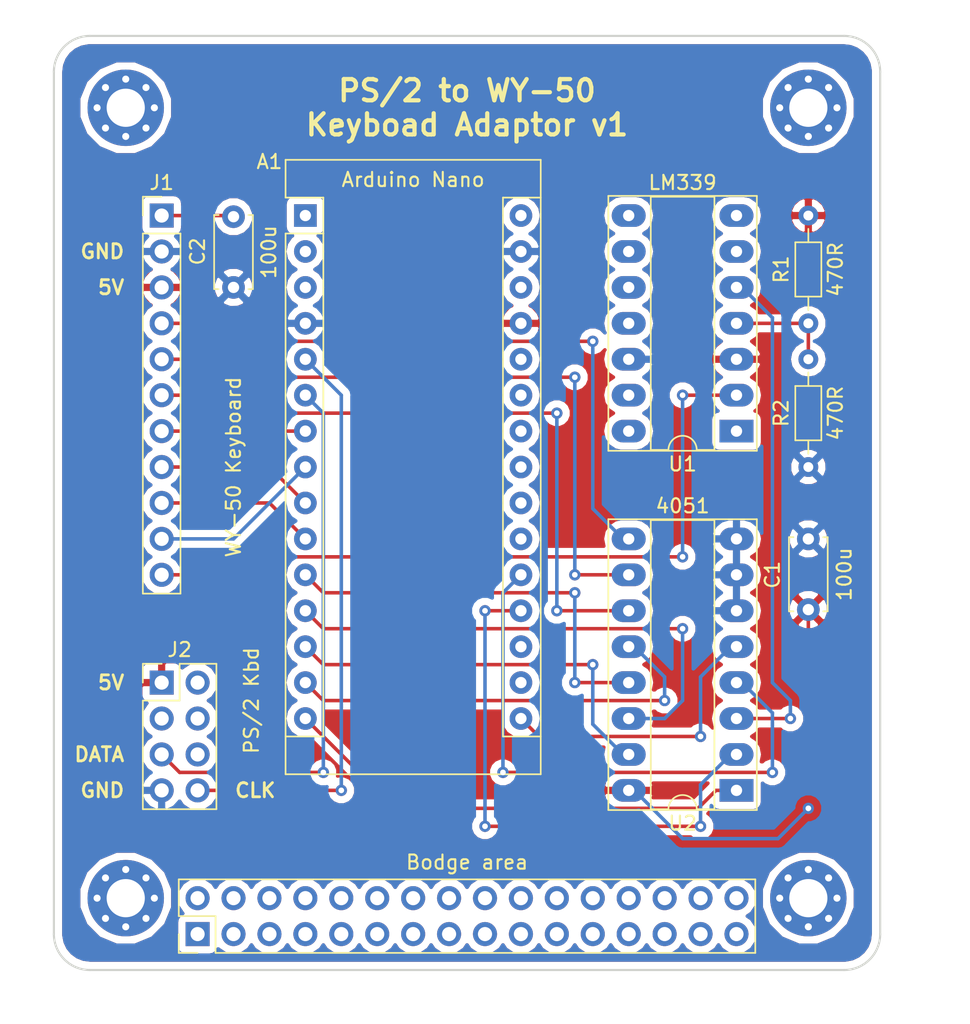
<source format=kicad_pcb>
(kicad_pcb (version 20171130) (host pcbnew 5.0.2+dfsg1-1)

  (general
    (thickness 1.6)
    (drawings 15)
    (tracks 116)
    (zones 0)
    (modules 14)
    (nets 24)
  )

  (page A4)
  (layers
    (0 F.Cu signal)
    (31 B.Cu signal)
    (32 B.Adhes user)
    (33 F.Adhes user)
    (34 B.Paste user)
    (35 F.Paste user)
    (36 B.SilkS user)
    (37 F.SilkS user)
    (38 B.Mask user)
    (39 F.Mask user)
    (40 Dwgs.User user)
    (41 Cmts.User user)
    (42 Eco1.User user)
    (43 Eco2.User user)
    (44 Edge.Cuts user)
    (45 Margin user)
    (46 B.CrtYd user)
    (47 F.CrtYd user)
    (48 B.Fab user)
    (49 F.Fab user)
  )

  (setup
    (last_trace_width 0.25)
    (trace_clearance 0.2)
    (zone_clearance 0.508)
    (zone_45_only no)
    (trace_min 0.2)
    (segment_width 0.2)
    (edge_width 0.15)
    (via_size 0.8)
    (via_drill 0.4)
    (via_min_size 0.4)
    (via_min_drill 0.3)
    (uvia_size 0.3)
    (uvia_drill 0.1)
    (uvias_allowed no)
    (uvia_min_size 0.2)
    (uvia_min_drill 0.1)
    (pcb_text_width 0.3)
    (pcb_text_size 1.5 1.5)
    (mod_edge_width 0.15)
    (mod_text_size 1 1)
    (mod_text_width 0.15)
    (pad_size 1.524 1.524)
    (pad_drill 0.762)
    (pad_to_mask_clearance 0.051)
    (solder_mask_min_width 0.25)
    (aux_axis_origin 0 0)
    (visible_elements FFFFFF7F)
    (pcbplotparams
      (layerselection 0x010f0_ffffffff)
      (usegerberextensions false)
      (usegerberattributes false)
      (usegerberadvancedattributes false)
      (creategerberjobfile false)
      (excludeedgelayer true)
      (linewidth 0.100000)
      (plotframeref false)
      (viasonmask false)
      (mode 1)
      (useauxorigin false)
      (hpglpennumber 1)
      (hpglpenspeed 20)
      (hpglpendiameter 15.000000)
      (psnegative false)
      (psa4output false)
      (plotreference true)
      (plotvalue true)
      (plotinvisibletext false)
      (padsonsilk false)
      (subtractmaskfromsilk false)
      (outputformat 1)
      (mirror false)
      (drillshape 0)
      (scaleselection 1)
      (outputdirectory "plots"))
  )

  (net 0 "")
  (net 1 ROW6)
  (net 2 KBD2)
  (net 3 ROW7)
  (net 4 PS2CLK)
  (net 5 PS2DATA)
  (net 6 KBD7)
  (net 7 KBD10)
  (net 8 KBD8)
  (net 9 KBD9)
  (net 10 ROW0)
  (net 11 KBD3)
  (net 12 ROW1)
  (net 13 ROW2)
  (net 14 ROW3)
  (net 15 ROW4)
  (net 16 ROW5)
  (net 17 KBD1)
  (net 18 KBD4)
  (net 19 KBD5)
  (net 20 KBD6)
  (net 21 KBD11)
  (net 22 "Net-(R1-Pad1)")
  (net 23 "Net-(U1-Pad5)")

  (net_class Default "This is the default net class."
    (clearance 0.2)
    (trace_width 0.25)
    (via_dia 0.8)
    (via_drill 0.4)
    (uvia_dia 0.3)
    (uvia_drill 0.1)
    (add_net KBD1)
    (add_net KBD10)
    (add_net KBD11)
    (add_net KBD2)
    (add_net KBD3)
    (add_net KBD4)
    (add_net KBD5)
    (add_net KBD6)
    (add_net KBD7)
    (add_net KBD8)
    (add_net KBD9)
    (add_net "Net-(R1-Pad1)")
    (add_net "Net-(U1-Pad5)")
    (add_net PS2CLK)
    (add_net PS2DATA)
    (add_net ROW0)
    (add_net ROW1)
    (add_net ROW2)
    (add_net ROW3)
    (add_net ROW4)
    (add_net ROW5)
    (add_net ROW6)
    (add_net ROW7)
  )

  (module MountingHole:MountingHole_2.7mm_M2.5_Pad_Via (layer F.Cu) (tedit 61C59190) (tstamp 61C5A45A)
    (at 135.89 135.89)
    (descr "Mounting Hole 2.7mm")
    (tags "mounting hole 2.7mm")
    (attr virtual)
    (fp_text reference REF** (at 0 -3.7) (layer F.SilkS) hide
      (effects (font (size 1 1) (thickness 0.15)))
    )
    (fp_text value MountingHole_2.7mm_M2.5_Pad_Via (at 0 3.7) (layer F.Fab) hide
      (effects (font (size 1 1) (thickness 0.15)))
    )
    (fp_circle (center 0 0) (end 2.95 0) (layer F.CrtYd) (width 0.05))
    (fp_circle (center 0 0) (end 2.7 0) (layer Cmts.User) (width 0.15))
    (fp_text user %R (at 0.3 0) (layer F.Fab)
      (effects (font (size 1 1) (thickness 0.15)))
    )
    (pad 1 thru_hole circle (at 1.431891 -1.431891) (size 0.8 0.8) (drill 0.5) (layers *.Cu *.Mask))
    (pad 1 thru_hole circle (at 0 -2.025) (size 0.8 0.8) (drill 0.5) (layers *.Cu *.Mask))
    (pad 1 thru_hole circle (at -1.431891 -1.431891) (size 0.8 0.8) (drill 0.5) (layers *.Cu *.Mask))
    (pad 1 thru_hole circle (at -2.025 0) (size 0.8 0.8) (drill 0.5) (layers *.Cu *.Mask))
    (pad 1 thru_hole circle (at -1.431891 1.431891) (size 0.8 0.8) (drill 0.5) (layers *.Cu *.Mask))
    (pad 1 thru_hole circle (at 0 2.025) (size 0.8 0.8) (drill 0.5) (layers *.Cu *.Mask))
    (pad 1 thru_hole circle (at 1.431891 1.431891) (size 0.8 0.8) (drill 0.5) (layers *.Cu *.Mask))
    (pad 1 thru_hole circle (at 2.025 0) (size 0.8 0.8) (drill 0.5) (layers *.Cu *.Mask))
    (pad 1 thru_hole circle (at 0 0) (size 5.4 5.4) (drill 2.7) (layers *.Cu *.Mask))
  )

  (module MountingHole:MountingHole_2.7mm_M2.5_Pad_Via (layer F.Cu) (tedit 61C59190) (tstamp 61C5A412)
    (at 87.63 135.89)
    (descr "Mounting Hole 2.7mm")
    (tags "mounting hole 2.7mm")
    (attr virtual)
    (fp_text reference REF** (at 0 -3.7) (layer F.SilkS) hide
      (effects (font (size 1 1) (thickness 0.15)))
    )
    (fp_text value MountingHole_2.7mm_M2.5_Pad_Via (at 0 3.7) (layer F.Fab) hide
      (effects (font (size 1 1) (thickness 0.15)))
    )
    (fp_text user %R (at 0.3 0) (layer F.Fab)
      (effects (font (size 1 1) (thickness 0.15)))
    )
    (fp_circle (center 0 0) (end 2.7 0) (layer Cmts.User) (width 0.15))
    (fp_circle (center 0 0) (end 2.95 0) (layer F.CrtYd) (width 0.05))
    (pad 1 thru_hole circle (at 0 0) (size 5.4 5.4) (drill 2.7) (layers *.Cu *.Mask))
    (pad 1 thru_hole circle (at 2.025 0) (size 0.8 0.8) (drill 0.5) (layers *.Cu *.Mask))
    (pad 1 thru_hole circle (at 1.431891 1.431891) (size 0.8 0.8) (drill 0.5) (layers *.Cu *.Mask))
    (pad 1 thru_hole circle (at 0 2.025) (size 0.8 0.8) (drill 0.5) (layers *.Cu *.Mask))
    (pad 1 thru_hole circle (at -1.431891 1.431891) (size 0.8 0.8) (drill 0.5) (layers *.Cu *.Mask))
    (pad 1 thru_hole circle (at -2.025 0) (size 0.8 0.8) (drill 0.5) (layers *.Cu *.Mask))
    (pad 1 thru_hole circle (at -1.431891 -1.431891) (size 0.8 0.8) (drill 0.5) (layers *.Cu *.Mask))
    (pad 1 thru_hole circle (at 0 -2.025) (size 0.8 0.8) (drill 0.5) (layers *.Cu *.Mask))
    (pad 1 thru_hole circle (at 1.431891 -1.431891) (size 0.8 0.8) (drill 0.5) (layers *.Cu *.Mask))
  )

  (module MountingHole:MountingHole_2.7mm_M2.5_Pad_Via (layer F.Cu) (tedit 61C59190) (tstamp 61C5A2FE)
    (at 135.89 80.01)
    (descr "Mounting Hole 2.7mm")
    (tags "mounting hole 2.7mm")
    (attr virtual)
    (fp_text reference REF** (at 0 -3.7) (layer F.SilkS) hide
      (effects (font (size 1 1) (thickness 0.15)))
    )
    (fp_text value MountingHole_2.7mm_M2.5_Pad_Via (at 0 3.7) (layer F.Fab) hide
      (effects (font (size 1 1) (thickness 0.15)))
    )
    (fp_text user %R (at 0.3 0) (layer F.Fab)
      (effects (font (size 1 1) (thickness 0.15)))
    )
    (fp_circle (center 0 0) (end 2.7 0) (layer Cmts.User) (width 0.15))
    (fp_circle (center 0 0) (end 2.95 0) (layer F.CrtYd) (width 0.05))
    (pad 1 thru_hole circle (at 0 0) (size 5.4 5.4) (drill 2.7) (layers *.Cu *.Mask))
    (pad 1 thru_hole circle (at 2.025 0) (size 0.8 0.8) (drill 0.5) (layers *.Cu *.Mask))
    (pad 1 thru_hole circle (at 1.431891 1.431891) (size 0.8 0.8) (drill 0.5) (layers *.Cu *.Mask))
    (pad 1 thru_hole circle (at 0 2.025) (size 0.8 0.8) (drill 0.5) (layers *.Cu *.Mask))
    (pad 1 thru_hole circle (at -1.431891 1.431891) (size 0.8 0.8) (drill 0.5) (layers *.Cu *.Mask))
    (pad 1 thru_hole circle (at -2.025 0) (size 0.8 0.8) (drill 0.5) (layers *.Cu *.Mask))
    (pad 1 thru_hole circle (at -1.431891 -1.431891) (size 0.8 0.8) (drill 0.5) (layers *.Cu *.Mask))
    (pad 1 thru_hole circle (at 0 -2.025) (size 0.8 0.8) (drill 0.5) (layers *.Cu *.Mask))
    (pad 1 thru_hole circle (at 1.431891 -1.431891) (size 0.8 0.8) (drill 0.5) (layers *.Cu *.Mask))
  )

  (module Module:Arduino_Nano (layer F.Cu) (tedit 61C590F8) (tstamp 61C432B8)
    (at 100.33 87.63)
    (descr "Arduino Nano, http://www.mouser.com/pdfdocs/Gravitech_Arduino_Nano3_0.pdf")
    (tags "Arduino Nano")
    (path /61C3B430)
    (fp_text reference A1 (at -2.54 -3.81) (layer F.SilkS)
      (effects (font (size 1 1) (thickness 0.15)))
    )
    (fp_text value "Arduino Nano" (at 7.62 -2.54 180) (layer F.SilkS)
      (effects (font (size 1 1) (thickness 0.15)))
    )
    (fp_text user %R (at 6.35 19.05 90) (layer F.Fab)
      (effects (font (size 1 1) (thickness 0.15)))
    )
    (fp_line (start 1.27 1.27) (end 1.27 -1.27) (layer F.SilkS) (width 0.12))
    (fp_line (start 1.27 -1.27) (end -1.4 -1.27) (layer F.SilkS) (width 0.12))
    (fp_line (start -1.4 1.27) (end -1.4 39.5) (layer F.SilkS) (width 0.12))
    (fp_line (start -1.4 -3.94) (end -1.4 -1.27) (layer F.SilkS) (width 0.12))
    (fp_line (start 13.97 -1.27) (end 16.64 -1.27) (layer F.SilkS) (width 0.12))
    (fp_line (start 13.97 -1.27) (end 13.97 36.83) (layer F.SilkS) (width 0.12))
    (fp_line (start 13.97 36.83) (end 16.64 36.83) (layer F.SilkS) (width 0.12))
    (fp_line (start 1.27 1.27) (end -1.4 1.27) (layer F.SilkS) (width 0.12))
    (fp_line (start 1.27 1.27) (end 1.27 36.83) (layer F.SilkS) (width 0.12))
    (fp_line (start 1.27 36.83) (end -1.4 36.83) (layer F.SilkS) (width 0.12))
    (fp_line (start 3.81 31.75) (end 11.43 31.75) (layer F.Fab) (width 0.1))
    (fp_line (start 11.43 31.75) (end 11.43 41.91) (layer F.Fab) (width 0.1))
    (fp_line (start 11.43 41.91) (end 3.81 41.91) (layer F.Fab) (width 0.1))
    (fp_line (start 3.81 41.91) (end 3.81 31.75) (layer F.Fab) (width 0.1))
    (fp_line (start -1.4 39.5) (end 16.64 39.5) (layer F.SilkS) (width 0.12))
    (fp_line (start 16.64 39.5) (end 16.64 -3.94) (layer F.SilkS) (width 0.12))
    (fp_line (start 16.64 -3.94) (end -1.4 -3.94) (layer F.SilkS) (width 0.12))
    (fp_line (start 16.51 39.37) (end -1.27 39.37) (layer F.Fab) (width 0.1))
    (fp_line (start -1.27 39.37) (end -1.27 -2.54) (layer F.Fab) (width 0.1))
    (fp_line (start -1.27 -2.54) (end 0 -3.81) (layer F.Fab) (width 0.1))
    (fp_line (start 0 -3.81) (end 16.51 -3.81) (layer F.Fab) (width 0.1))
    (fp_line (start 16.51 -3.81) (end 16.51 39.37) (layer F.Fab) (width 0.1))
    (fp_line (start -1.53 -4.06) (end 16.75 -4.06) (layer F.CrtYd) (width 0.05))
    (fp_line (start -1.53 -4.06) (end -1.53 42.16) (layer F.CrtYd) (width 0.05))
    (fp_line (start 16.75 42.16) (end 16.75 -4.06) (layer F.CrtYd) (width 0.05))
    (fp_line (start 16.75 42.16) (end -1.53 42.16) (layer F.CrtYd) (width 0.05))
    (pad 1 thru_hole rect (at 0 0) (size 1.6 1.6) (drill 0.8) (layers *.Cu *.Mask))
    (pad 17 thru_hole oval (at 15.24 33.02) (size 1.6 1.6) (drill 0.8) (layers *.Cu *.Mask))
    (pad 2 thru_hole oval (at 0 2.54) (size 1.6 1.6) (drill 0.8) (layers *.Cu *.Mask))
    (pad 18 thru_hole oval (at 15.24 30.48) (size 1.6 1.6) (drill 0.8) (layers *.Cu *.Mask))
    (pad 3 thru_hole oval (at 0 5.08) (size 1.6 1.6) (drill 0.8) (layers *.Cu *.Mask))
    (pad 19 thru_hole oval (at 15.24 27.94) (size 1.6 1.6) (drill 0.8) (layers *.Cu *.Mask)
      (net 1 ROW6))
    (pad 4 thru_hole oval (at 0 7.62) (size 1.6 1.6) (drill 0.8) (layers *.Cu *.Mask)
      (net 2 KBD2))
    (pad 20 thru_hole oval (at 15.24 25.4) (size 1.6 1.6) (drill 0.8) (layers *.Cu *.Mask)
      (net 3 ROW7))
    (pad 5 thru_hole oval (at 0 10.16) (size 1.6 1.6) (drill 0.8) (layers *.Cu *.Mask)
      (net 4 PS2CLK))
    (pad 21 thru_hole oval (at 15.24 22.86) (size 1.6 1.6) (drill 0.8) (layers *.Cu *.Mask))
    (pad 6 thru_hole oval (at 0 12.7) (size 1.6 1.6) (drill 0.8) (layers *.Cu *.Mask)
      (net 5 PS2DATA))
    (pad 22 thru_hole oval (at 15.24 20.32) (size 1.6 1.6) (drill 0.8) (layers *.Cu *.Mask))
    (pad 7 thru_hole oval (at 0 15.24) (size 1.6 1.6) (drill 0.8) (layers *.Cu *.Mask)
      (net 6 KBD7))
    (pad 23 thru_hole oval (at 15.24 17.78) (size 1.6 1.6) (drill 0.8) (layers *.Cu *.Mask))
    (pad 8 thru_hole oval (at 0 17.78) (size 1.6 1.6) (drill 0.8) (layers *.Cu *.Mask)
      (net 7 KBD10))
    (pad 24 thru_hole oval (at 15.24 15.24) (size 1.6 1.6) (drill 0.8) (layers *.Cu *.Mask))
    (pad 9 thru_hole oval (at 0 20.32) (size 1.6 1.6) (drill 0.8) (layers *.Cu *.Mask)
      (net 8 KBD8))
    (pad 25 thru_hole oval (at 15.24 12.7) (size 1.6 1.6) (drill 0.8) (layers *.Cu *.Mask))
    (pad 10 thru_hole oval (at 0 22.86) (size 1.6 1.6) (drill 0.8) (layers *.Cu *.Mask)
      (net 9 KBD9))
    (pad 26 thru_hole oval (at 15.24 10.16) (size 1.6 1.6) (drill 0.8) (layers *.Cu *.Mask))
    (pad 11 thru_hole oval (at 0 25.4) (size 1.6 1.6) (drill 0.8) (layers *.Cu *.Mask)
      (net 10 ROW0))
    (pad 27 thru_hole oval (at 15.24 7.62) (size 1.6 1.6) (drill 0.8) (layers *.Cu *.Mask)
      (net 11 KBD3))
    (pad 12 thru_hole oval (at 0 27.94) (size 1.6 1.6) (drill 0.8) (layers *.Cu *.Mask)
      (net 12 ROW1))
    (pad 28 thru_hole oval (at 15.24 5.08) (size 1.6 1.6) (drill 0.8) (layers *.Cu *.Mask))
    (pad 13 thru_hole oval (at 0 30.48) (size 1.6 1.6) (drill 0.8) (layers *.Cu *.Mask)
      (net 13 ROW2))
    (pad 29 thru_hole oval (at 15.24 2.54) (size 1.6 1.6) (drill 0.8) (layers *.Cu *.Mask)
      (net 2 KBD2))
    (pad 14 thru_hole oval (at 0 33.02) (size 1.6 1.6) (drill 0.8) (layers *.Cu *.Mask)
      (net 14 ROW3))
    (pad 30 thru_hole oval (at 15.24 0) (size 1.6 1.6) (drill 0.8) (layers *.Cu *.Mask))
    (pad 15 thru_hole oval (at 0 35.56) (size 1.6 1.6) (drill 0.8) (layers *.Cu *.Mask)
      (net 15 ROW4))
    (pad 16 thru_hole oval (at 15.24 35.56) (size 1.6 1.6) (drill 0.8) (layers *.Cu *.Mask)
      (net 16 ROW5))
    (model ${KISYS3DMOD}/Module.3dshapes/Arduino_Nano_WithMountingHoles.wrl
      (at (xyz 0 0 0))
      (scale (xyz 1 1 1))
      (rotate (xyz 0 0 0))
    )
  )

  (module Capacitor_THT:C_Disc_D5.0mm_W2.5mm_P5.00mm (layer F.Cu) (tedit 61C59473) (tstamp 61DD5549)
    (at 135.89 110.49 270)
    (descr "C, Disc series, Radial, pin pitch=5.00mm, , diameter*width=5*2.5mm^2, Capacitor, http://cdn-reichelt.de/documents/datenblatt/B300/DS_KERKO_TC.pdf")
    (tags "C Disc series Radial pin pitch 5.00mm  diameter 5mm width 2.5mm Capacitor")
    (path /61C3681C)
    (fp_text reference C1 (at 2.54 2.54 270) (layer F.SilkS)
      (effects (font (size 1 1) (thickness 0.15)))
    )
    (fp_text value 100u (at 2.5 -2.54 270) (layer F.SilkS)
      (effects (font (size 1 1) (thickness 0.15)))
    )
    (fp_text user %R (at 2.5 0 270) (layer F.Fab)
      (effects (font (size 1 1) (thickness 0.15)))
    )
    (fp_line (start 6.05 -1.5) (end -1.05 -1.5) (layer F.CrtYd) (width 0.05))
    (fp_line (start 6.05 1.5) (end 6.05 -1.5) (layer F.CrtYd) (width 0.05))
    (fp_line (start -1.05 1.5) (end 6.05 1.5) (layer F.CrtYd) (width 0.05))
    (fp_line (start -1.05 -1.5) (end -1.05 1.5) (layer F.CrtYd) (width 0.05))
    (fp_line (start 5.12 1.055) (end 5.12 1.37) (layer F.SilkS) (width 0.12))
    (fp_line (start 5.12 -1.37) (end 5.12 -1.055) (layer F.SilkS) (width 0.12))
    (fp_line (start -0.12 1.055) (end -0.12 1.37) (layer F.SilkS) (width 0.12))
    (fp_line (start -0.12 -1.37) (end -0.12 -1.055) (layer F.SilkS) (width 0.12))
    (fp_line (start -0.12 1.37) (end 5.12 1.37) (layer F.SilkS) (width 0.12))
    (fp_line (start -0.12 -1.37) (end 5.12 -1.37) (layer F.SilkS) (width 0.12))
    (fp_line (start 5 -1.25) (end 0 -1.25) (layer F.Fab) (width 0.1))
    (fp_line (start 5 1.25) (end 5 -1.25) (layer F.Fab) (width 0.1))
    (fp_line (start 0 1.25) (end 5 1.25) (layer F.Fab) (width 0.1))
    (fp_line (start 0 -1.25) (end 0 1.25) (layer F.Fab) (width 0.1))
    (pad 2 thru_hole circle (at 5 0 270) (size 1.6 1.6) (drill 0.8) (layers *.Cu *.Mask)
      (net 11 KBD3))
    (pad 1 thru_hole circle (at 0 0 270) (size 1.6 1.6) (drill 0.8) (layers *.Cu *.Mask)
      (net 2 KBD2))
    (model ${KISYS3DMOD}/Capacitor_THT.3dshapes/C_Disc_D5.0mm_W2.5mm_P5.00mm.wrl
      (at (xyz 0 0 0))
      (scale (xyz 1 1 1))
      (rotate (xyz 0 0 0))
    )
  )

  (module Capacitor_THT:C_Disc_D5.0mm_W2.5mm_P5.00mm (layer F.Cu) (tedit 61C59466) (tstamp 61C5A99C)
    (at 95.25 92.71 90)
    (descr "C, Disc series, Radial, pin pitch=5.00mm, , diameter*width=5*2.5mm^2, Capacitor, http://cdn-reichelt.de/documents/datenblatt/B300/DS_KERKO_TC.pdf")
    (tags "C Disc series Radial pin pitch 5.00mm  diameter 5mm width 2.5mm Capacitor")
    (path /61C355BC)
    (fp_text reference C2 (at 2.54 -2.54 90) (layer F.SilkS)
      (effects (font (size 1 1) (thickness 0.15)))
    )
    (fp_text value 100u (at 2.5 2.5 90) (layer F.SilkS)
      (effects (font (size 1 1) (thickness 0.15)))
    )
    (fp_line (start 0 -1.25) (end 0 1.25) (layer F.Fab) (width 0.1))
    (fp_line (start 0 1.25) (end 5 1.25) (layer F.Fab) (width 0.1))
    (fp_line (start 5 1.25) (end 5 -1.25) (layer F.Fab) (width 0.1))
    (fp_line (start 5 -1.25) (end 0 -1.25) (layer F.Fab) (width 0.1))
    (fp_line (start -0.12 -1.37) (end 5.12 -1.37) (layer F.SilkS) (width 0.12))
    (fp_line (start -0.12 1.37) (end 5.12 1.37) (layer F.SilkS) (width 0.12))
    (fp_line (start -0.12 -1.37) (end -0.12 -1.055) (layer F.SilkS) (width 0.12))
    (fp_line (start -0.12 1.055) (end -0.12 1.37) (layer F.SilkS) (width 0.12))
    (fp_line (start 5.12 -1.37) (end 5.12 -1.055) (layer F.SilkS) (width 0.12))
    (fp_line (start 5.12 1.055) (end 5.12 1.37) (layer F.SilkS) (width 0.12))
    (fp_line (start -1.05 -1.5) (end -1.05 1.5) (layer F.CrtYd) (width 0.05))
    (fp_line (start -1.05 1.5) (end 6.05 1.5) (layer F.CrtYd) (width 0.05))
    (fp_line (start 6.05 1.5) (end 6.05 -1.5) (layer F.CrtYd) (width 0.05))
    (fp_line (start 6.05 -1.5) (end -1.05 -1.5) (layer F.CrtYd) (width 0.05))
    (fp_text user %R (at 2.5 0 90) (layer F.Fab)
      (effects (font (size 1 1) (thickness 0.15)))
    )
    (pad 1 thru_hole circle (at 0 0 90) (size 1.6 1.6) (drill 0.8) (layers *.Cu *.Mask)
      (net 2 KBD2))
    (pad 2 thru_hole circle (at 5 0 90) (size 1.6 1.6) (drill 0.8) (layers *.Cu *.Mask)
      (net 17 KBD1))
    (model ${KISYS3DMOD}/Capacitor_THT.3dshapes/C_Disc_D5.0mm_W2.5mm_P5.00mm.wrl
      (at (xyz 0 0 0))
      (scale (xyz 1 1 1))
      (rotate (xyz 0 0 0))
    )
  )

  (module Connector_PinHeader_2.54mm:PinHeader_1x11_P2.54mm_Vertical (layer F.Cu) (tedit 61C59126) (tstamp 61C437DF)
    (at 90.17 87.63)
    (descr "Through hole straight pin header, 1x11, 2.54mm pitch, single row")
    (tags "Through hole pin header THT 1x11 2.54mm single row")
    (path /61C30A18)
    (fp_text reference J1 (at 0 -2.33) (layer F.SilkS)
      (effects (font (size 1 1) (thickness 0.15)))
    )
    (fp_text value "WY-50 Keyboard" (at 5.08 17.78 90) (layer F.SilkS)
      (effects (font (size 1 1) (thickness 0.15)))
    )
    (fp_line (start -0.635 -1.27) (end 1.27 -1.27) (layer F.Fab) (width 0.1))
    (fp_line (start 1.27 -1.27) (end 1.27 26.67) (layer F.Fab) (width 0.1))
    (fp_line (start 1.27 26.67) (end -1.27 26.67) (layer F.Fab) (width 0.1))
    (fp_line (start -1.27 26.67) (end -1.27 -0.635) (layer F.Fab) (width 0.1))
    (fp_line (start -1.27 -0.635) (end -0.635 -1.27) (layer F.Fab) (width 0.1))
    (fp_line (start -1.33 26.73) (end 1.33 26.73) (layer F.SilkS) (width 0.12))
    (fp_line (start -1.33 1.27) (end -1.33 26.73) (layer F.SilkS) (width 0.12))
    (fp_line (start 1.33 1.27) (end 1.33 26.73) (layer F.SilkS) (width 0.12))
    (fp_line (start -1.33 1.27) (end 1.33 1.27) (layer F.SilkS) (width 0.12))
    (fp_line (start -1.33 0) (end -1.33 -1.33) (layer F.SilkS) (width 0.12))
    (fp_line (start -1.33 -1.33) (end 0 -1.33) (layer F.SilkS) (width 0.12))
    (fp_line (start -1.8 -1.8) (end -1.8 27.2) (layer F.CrtYd) (width 0.05))
    (fp_line (start -1.8 27.2) (end 1.8 27.2) (layer F.CrtYd) (width 0.05))
    (fp_line (start 1.8 27.2) (end 1.8 -1.8) (layer F.CrtYd) (width 0.05))
    (fp_line (start 1.8 -1.8) (end -1.8 -1.8) (layer F.CrtYd) (width 0.05))
    (fp_text user %R (at 0 12.7 90) (layer F.Fab)
      (effects (font (size 1 1) (thickness 0.15)))
    )
    (pad 1 thru_hole rect (at 0 0) (size 1.7 1.7) (drill 1) (layers *.Cu *.Mask)
      (net 17 KBD1))
    (pad 2 thru_hole oval (at 0 2.54) (size 1.7 1.7) (drill 1) (layers *.Cu *.Mask)
      (net 2 KBD2))
    (pad 3 thru_hole oval (at 0 5.08) (size 1.7 1.7) (drill 1) (layers *.Cu *.Mask)
      (net 11 KBD3))
    (pad 4 thru_hole oval (at 0 7.62) (size 1.7 1.7) (drill 1) (layers *.Cu *.Mask)
      (net 18 KBD4))
    (pad 5 thru_hole oval (at 0 10.16) (size 1.7 1.7) (drill 1) (layers *.Cu *.Mask)
      (net 19 KBD5))
    (pad 6 thru_hole oval (at 0 12.7) (size 1.7 1.7) (drill 1) (layers *.Cu *.Mask)
      (net 20 KBD6))
    (pad 7 thru_hole oval (at 0 15.24) (size 1.7 1.7) (drill 1) (layers *.Cu *.Mask)
      (net 6 KBD7))
    (pad 8 thru_hole oval (at 0 17.78) (size 1.7 1.7) (drill 1) (layers *.Cu *.Mask)
      (net 8 KBD8))
    (pad 9 thru_hole oval (at 0 20.32) (size 1.7 1.7) (drill 1) (layers *.Cu *.Mask)
      (net 9 KBD9))
    (pad 10 thru_hole oval (at 0 22.86) (size 1.7 1.7) (drill 1) (layers *.Cu *.Mask)
      (net 7 KBD10))
    (pad 11 thru_hole oval (at 0 25.4) (size 1.7 1.7) (drill 1) (layers *.Cu *.Mask)
      (net 21 KBD11))
    (model ${KISYS3DMOD}/Connector_PinHeader_2.54mm.3dshapes/PinHeader_1x11_P2.54mm_Vertical.wrl
      (at (xyz 0 0 0))
      (scale (xyz 1 1 1))
      (rotate (xyz 0 0 0))
    )
  )

  (module Connector_PinHeader_2.54mm:PinHeader_2x04_P2.54mm_Vertical (layer F.Cu) (tedit 61C59386) (tstamp 61DD571D)
    (at 90.17 120.65)
    (descr "Through hole straight pin header, 2x04, 2.54mm pitch, double rows")
    (tags "Through hole pin header THT 2x04 2.54mm double row")
    (path /61C53E8B)
    (fp_text reference J2 (at 1.27 -2.33) (layer F.SilkS)
      (effects (font (size 1 1) (thickness 0.15)))
    )
    (fp_text value "PS/2 Kbd" (at 6.35 1.27 90) (layer F.SilkS)
      (effects (font (size 1 1) (thickness 0.15)))
    )
    (fp_line (start 0 -1.27) (end 3.81 -1.27) (layer F.Fab) (width 0.1))
    (fp_line (start 3.81 -1.27) (end 3.81 8.89) (layer F.Fab) (width 0.1))
    (fp_line (start 3.81 8.89) (end -1.27 8.89) (layer F.Fab) (width 0.1))
    (fp_line (start -1.27 8.89) (end -1.27 0) (layer F.Fab) (width 0.1))
    (fp_line (start -1.27 0) (end 0 -1.27) (layer F.Fab) (width 0.1))
    (fp_line (start -1.33 8.95) (end 3.87 8.95) (layer F.SilkS) (width 0.12))
    (fp_line (start -1.33 1.27) (end -1.33 8.95) (layer F.SilkS) (width 0.12))
    (fp_line (start 3.87 -1.33) (end 3.87 8.95) (layer F.SilkS) (width 0.12))
    (fp_line (start -1.33 1.27) (end 1.27 1.27) (layer F.SilkS) (width 0.12))
    (fp_line (start 1.27 1.27) (end 1.27 -1.33) (layer F.SilkS) (width 0.12))
    (fp_line (start 1.27 -1.33) (end 3.87 -1.33) (layer F.SilkS) (width 0.12))
    (fp_line (start -1.33 0) (end -1.33 -1.33) (layer F.SilkS) (width 0.12))
    (fp_line (start -1.33 -1.33) (end 0 -1.33) (layer F.SilkS) (width 0.12))
    (fp_line (start -1.8 -1.8) (end -1.8 9.4) (layer F.CrtYd) (width 0.05))
    (fp_line (start -1.8 9.4) (end 4.35 9.4) (layer F.CrtYd) (width 0.05))
    (fp_line (start 4.35 9.4) (end 4.35 -1.8) (layer F.CrtYd) (width 0.05))
    (fp_line (start 4.35 -1.8) (end -1.8 -1.8) (layer F.CrtYd) (width 0.05))
    (fp_text user %R (at 1.27 3.81 90) (layer F.Fab)
      (effects (font (size 1 1) (thickness 0.15)))
    )
    (pad 1 thru_hole rect (at 0 0) (size 1.7 1.7) (drill 1) (layers *.Cu *.Mask)
      (net 11 KBD3))
    (pad 2 thru_hole oval (at 2.54 0) (size 1.7 1.7) (drill 1) (layers *.Cu *.Mask))
    (pad 3 thru_hole oval (at 0 2.54) (size 1.7 1.7) (drill 1) (layers *.Cu *.Mask))
    (pad 4 thru_hole oval (at 2.54 2.54) (size 1.7 1.7) (drill 1) (layers *.Cu *.Mask))
    (pad 5 thru_hole oval (at 0 5.08) (size 1.7 1.7) (drill 1) (layers *.Cu *.Mask)
      (net 5 PS2DATA))
    (pad 6 thru_hole oval (at 2.54 5.08) (size 1.7 1.7) (drill 1) (layers *.Cu *.Mask))
    (pad 7 thru_hole oval (at 0 7.62) (size 1.7 1.7) (drill 1) (layers *.Cu *.Mask)
      (net 2 KBD2))
    (pad 8 thru_hole oval (at 2.54 7.62) (size 1.7 1.7) (drill 1) (layers *.Cu *.Mask)
      (net 4 PS2CLK))
    (model ${KISYS3DMOD}/Connector_PinHeader_2.54mm.3dshapes/PinHeader_2x04_P2.54mm_Vertical.wrl
      (at (xyz 0 0 0))
      (scale (xyz 1 1 1))
      (rotate (xyz 0 0 0))
    )
  )

  (module Resistor_THT:R_Axial_DIN0204_L3.6mm_D1.6mm_P7.62mm_Horizontal (layer F.Cu) (tedit 61C590E4) (tstamp 61DD5509)
    (at 135.89 95.25 90)
    (descr "Resistor, Axial_DIN0204 series, Axial, Horizontal, pin pitch=7.62mm, 0.167W, length*diameter=3.6*1.6mm^2, http://cdn-reichelt.de/documents/datenblatt/B400/1_4W%23YAG.pdf")
    (tags "Resistor Axial_DIN0204 series Axial Horizontal pin pitch 7.62mm 0.167W length 3.6mm diameter 1.6mm")
    (path /61C30476)
    (fp_text reference R1 (at 3.81 -1.92 90) (layer F.SilkS)
      (effects (font (size 1 1) (thickness 0.15)))
    )
    (fp_text value 470R (at 3.81 1.92 90) (layer F.SilkS)
      (effects (font (size 1 1) (thickness 0.15)))
    )
    (fp_line (start 2.01 -0.8) (end 2.01 0.8) (layer F.Fab) (width 0.1))
    (fp_line (start 2.01 0.8) (end 5.61 0.8) (layer F.Fab) (width 0.1))
    (fp_line (start 5.61 0.8) (end 5.61 -0.8) (layer F.Fab) (width 0.1))
    (fp_line (start 5.61 -0.8) (end 2.01 -0.8) (layer F.Fab) (width 0.1))
    (fp_line (start 0 0) (end 2.01 0) (layer F.Fab) (width 0.1))
    (fp_line (start 7.62 0) (end 5.61 0) (layer F.Fab) (width 0.1))
    (fp_line (start 1.89 -0.92) (end 1.89 0.92) (layer F.SilkS) (width 0.12))
    (fp_line (start 1.89 0.92) (end 5.73 0.92) (layer F.SilkS) (width 0.12))
    (fp_line (start 5.73 0.92) (end 5.73 -0.92) (layer F.SilkS) (width 0.12))
    (fp_line (start 5.73 -0.92) (end 1.89 -0.92) (layer F.SilkS) (width 0.12))
    (fp_line (start 0.94 0) (end 1.89 0) (layer F.SilkS) (width 0.12))
    (fp_line (start 6.68 0) (end 5.73 0) (layer F.SilkS) (width 0.12))
    (fp_line (start -0.95 -1.05) (end -0.95 1.05) (layer F.CrtYd) (width 0.05))
    (fp_line (start -0.95 1.05) (end 8.57 1.05) (layer F.CrtYd) (width 0.05))
    (fp_line (start 8.57 1.05) (end 8.57 -1.05) (layer F.CrtYd) (width 0.05))
    (fp_line (start 8.57 -1.05) (end -0.95 -1.05) (layer F.CrtYd) (width 0.05))
    (fp_text user %R (at 3.81 0 90) (layer F.Fab)
      (effects (font (size 0.72 0.72) (thickness 0.108)))
    )
    (pad 1 thru_hole circle (at 0 0 90) (size 1.4 1.4) (drill 0.7) (layers *.Cu *.Mask)
      (net 22 "Net-(R1-Pad1)"))
    (pad 2 thru_hole oval (at 7.62 0 90) (size 1.4 1.4) (drill 0.7) (layers *.Cu *.Mask)
      (net 11 KBD3))
    (model ${KISYS3DMOD}/Resistor_THT.3dshapes/R_Axial_DIN0204_L3.6mm_D1.6mm_P7.62mm_Horizontal.wrl
      (at (xyz 0 0 0))
      (scale (xyz 1 1 1))
      (rotate (xyz 0 0 0))
    )
  )

  (module Resistor_THT:R_Axial_DIN0204_L3.6mm_D1.6mm_P7.62mm_Horizontal (layer F.Cu) (tedit 61C590EA) (tstamp 61DD57E8)
    (at 135.89 105.41 90)
    (descr "Resistor, Axial_DIN0204 series, Axial, Horizontal, pin pitch=7.62mm, 0.167W, length*diameter=3.6*1.6mm^2, http://cdn-reichelt.de/documents/datenblatt/B400/1_4W%23YAG.pdf")
    (tags "Resistor Axial_DIN0204 series Axial Horizontal pin pitch 7.62mm 0.167W length 3.6mm diameter 1.6mm")
    (path /61C30536)
    (fp_text reference R2 (at 3.81 -1.92 90) (layer F.SilkS)
      (effects (font (size 1 1) (thickness 0.15)))
    )
    (fp_text value 470R (at 3.81 1.92 90) (layer F.SilkS)
      (effects (font (size 1 1) (thickness 0.15)))
    )
    (fp_text user %R (at 3.81 0 90) (layer F.Fab)
      (effects (font (size 0.72 0.72) (thickness 0.108)))
    )
    (fp_line (start 8.57 -1.05) (end -0.95 -1.05) (layer F.CrtYd) (width 0.05))
    (fp_line (start 8.57 1.05) (end 8.57 -1.05) (layer F.CrtYd) (width 0.05))
    (fp_line (start -0.95 1.05) (end 8.57 1.05) (layer F.CrtYd) (width 0.05))
    (fp_line (start -0.95 -1.05) (end -0.95 1.05) (layer F.CrtYd) (width 0.05))
    (fp_line (start 6.68 0) (end 5.73 0) (layer F.SilkS) (width 0.12))
    (fp_line (start 0.94 0) (end 1.89 0) (layer F.SilkS) (width 0.12))
    (fp_line (start 5.73 -0.92) (end 1.89 -0.92) (layer F.SilkS) (width 0.12))
    (fp_line (start 5.73 0.92) (end 5.73 -0.92) (layer F.SilkS) (width 0.12))
    (fp_line (start 1.89 0.92) (end 5.73 0.92) (layer F.SilkS) (width 0.12))
    (fp_line (start 1.89 -0.92) (end 1.89 0.92) (layer F.SilkS) (width 0.12))
    (fp_line (start 7.62 0) (end 5.61 0) (layer F.Fab) (width 0.1))
    (fp_line (start 0 0) (end 2.01 0) (layer F.Fab) (width 0.1))
    (fp_line (start 5.61 -0.8) (end 2.01 -0.8) (layer F.Fab) (width 0.1))
    (fp_line (start 5.61 0.8) (end 5.61 -0.8) (layer F.Fab) (width 0.1))
    (fp_line (start 2.01 0.8) (end 5.61 0.8) (layer F.Fab) (width 0.1))
    (fp_line (start 2.01 -0.8) (end 2.01 0.8) (layer F.Fab) (width 0.1))
    (pad 2 thru_hole oval (at 7.62 0 90) (size 1.4 1.4) (drill 0.7) (layers *.Cu *.Mask)
      (net 22 "Net-(R1-Pad1)"))
    (pad 1 thru_hole circle (at 0 0 90) (size 1.4 1.4) (drill 0.7) (layers *.Cu *.Mask)
      (net 2 KBD2))
    (model ${KISYS3DMOD}/Resistor_THT.3dshapes/R_Axial_DIN0204_L3.6mm_D1.6mm_P7.62mm_Horizontal.wrl
      (at (xyz 0 0 0))
      (scale (xyz 1 1 1))
      (rotate (xyz 0 0 0))
    )
  )

  (module Package_DIP:DIP-14_W7.62mm_Socket_LongPads (layer F.Cu) (tedit 61C590CE) (tstamp 61DD5780)
    (at 130.81 102.87 180)
    (descr "14-lead though-hole mounted DIP package, row spacing 7.62 mm (300 mils), Socket, LongPads")
    (tags "THT DIP DIL PDIP 2.54mm 7.62mm 300mil Socket LongPads")
    (path /61C2FEB1)
    (fp_text reference U1 (at 3.81 -2.33 180) (layer F.SilkS)
      (effects (font (size 1 1) (thickness 0.15)))
    )
    (fp_text value LM339 (at 3.81 17.57 180) (layer F.SilkS)
      (effects (font (size 1 1) (thickness 0.15)))
    )
    (fp_arc (start 3.81 -1.33) (end 2.81 -1.33) (angle -180) (layer F.SilkS) (width 0.12))
    (fp_line (start 1.635 -1.27) (end 6.985 -1.27) (layer F.Fab) (width 0.1))
    (fp_line (start 6.985 -1.27) (end 6.985 16.51) (layer F.Fab) (width 0.1))
    (fp_line (start 6.985 16.51) (end 0.635 16.51) (layer F.Fab) (width 0.1))
    (fp_line (start 0.635 16.51) (end 0.635 -0.27) (layer F.Fab) (width 0.1))
    (fp_line (start 0.635 -0.27) (end 1.635 -1.27) (layer F.Fab) (width 0.1))
    (fp_line (start -1.27 -1.33) (end -1.27 16.57) (layer F.Fab) (width 0.1))
    (fp_line (start -1.27 16.57) (end 8.89 16.57) (layer F.Fab) (width 0.1))
    (fp_line (start 8.89 16.57) (end 8.89 -1.33) (layer F.Fab) (width 0.1))
    (fp_line (start 8.89 -1.33) (end -1.27 -1.33) (layer F.Fab) (width 0.1))
    (fp_line (start 2.81 -1.33) (end 1.56 -1.33) (layer F.SilkS) (width 0.12))
    (fp_line (start 1.56 -1.33) (end 1.56 16.57) (layer F.SilkS) (width 0.12))
    (fp_line (start 1.56 16.57) (end 6.06 16.57) (layer F.SilkS) (width 0.12))
    (fp_line (start 6.06 16.57) (end 6.06 -1.33) (layer F.SilkS) (width 0.12))
    (fp_line (start 6.06 -1.33) (end 4.81 -1.33) (layer F.SilkS) (width 0.12))
    (fp_line (start -1.44 -1.39) (end -1.44 16.63) (layer F.SilkS) (width 0.12))
    (fp_line (start -1.44 16.63) (end 9.06 16.63) (layer F.SilkS) (width 0.12))
    (fp_line (start 9.06 16.63) (end 9.06 -1.39) (layer F.SilkS) (width 0.12))
    (fp_line (start 9.06 -1.39) (end -1.44 -1.39) (layer F.SilkS) (width 0.12))
    (fp_line (start -1.55 -1.6) (end -1.55 16.85) (layer F.CrtYd) (width 0.05))
    (fp_line (start -1.55 16.85) (end 9.15 16.85) (layer F.CrtYd) (width 0.05))
    (fp_line (start 9.15 16.85) (end 9.15 -1.6) (layer F.CrtYd) (width 0.05))
    (fp_line (start 9.15 -1.6) (end -1.55 -1.6) (layer F.CrtYd) (width 0.05))
    (fp_text user %R (at 3.81 7.62 180) (layer F.Fab)
      (effects (font (size 1 1) (thickness 0.15)))
    )
    (pad 1 thru_hole rect (at 0 0 180) (size 2.4 1.6) (drill 0.8) (layers *.Cu *.Mask))
    (pad 8 thru_hole oval (at 7.62 15.24 180) (size 2.4 1.6) (drill 0.8) (layers *.Cu *.Mask))
    (pad 2 thru_hole oval (at 0 2.54 180) (size 2.4 1.6) (drill 0.8) (layers *.Cu *.Mask)
      (net 21 KBD11))
    (pad 9 thru_hole oval (at 7.62 12.7 180) (size 2.4 1.6) (drill 0.8) (layers *.Cu *.Mask))
    (pad 3 thru_hole oval (at 0 5.08 180) (size 2.4 1.6) (drill 0.8) (layers *.Cu *.Mask)
      (net 11 KBD3))
    (pad 10 thru_hole oval (at 7.62 10.16 180) (size 2.4 1.6) (drill 0.8) (layers *.Cu *.Mask))
    (pad 4 thru_hole oval (at 0 7.62 180) (size 2.4 1.6) (drill 0.8) (layers *.Cu *.Mask)
      (net 22 "Net-(R1-Pad1)"))
    (pad 11 thru_hole oval (at 7.62 7.62 180) (size 2.4 1.6) (drill 0.8) (layers *.Cu *.Mask))
    (pad 5 thru_hole oval (at 0 10.16 180) (size 2.4 1.6) (drill 0.8) (layers *.Cu *.Mask)
      (net 23 "Net-(U1-Pad5)"))
    (pad 12 thru_hole oval (at 7.62 5.08 180) (size 2.4 1.6) (drill 0.8) (layers *.Cu *.Mask)
      (net 2 KBD2))
    (pad 6 thru_hole oval (at 0 12.7 180) (size 2.4 1.6) (drill 0.8) (layers *.Cu *.Mask))
    (pad 13 thru_hole oval (at 7.62 2.54 180) (size 2.4 1.6) (drill 0.8) (layers *.Cu *.Mask))
    (pad 7 thru_hole oval (at 0 15.24 180) (size 2.4 1.6) (drill 0.8) (layers *.Cu *.Mask))
    (pad 14 thru_hole oval (at 7.62 0 180) (size 2.4 1.6) (drill 0.8) (layers *.Cu *.Mask))
    (model ${KISYS3DMOD}/Package_DIP.3dshapes/DIP-14_W7.62mm_Socket.wrl
      (at (xyz 0 0 0))
      (scale (xyz 1 1 1))
      (rotate (xyz 0 0 0))
    )
  )

  (module Package_DIP:DIP-16_W7.62mm_Socket_LongPads (layer F.Cu) (tedit 61C590D6) (tstamp 61DD56AA)
    (at 130.81 128.27 180)
    (descr "16-lead though-hole mounted DIP package, row spacing 7.62 mm (300 mils), Socket, LongPads")
    (tags "THT DIP DIL PDIP 2.54mm 7.62mm 300mil Socket LongPads")
    (path /61C3030F)
    (fp_text reference U2 (at 3.81 -2.33 180) (layer F.SilkS)
      (effects (font (size 1 1) (thickness 0.15)))
    )
    (fp_text value 4051 (at 3.81 20.11 180) (layer F.SilkS)
      (effects (font (size 1 1) (thickness 0.15)))
    )
    (fp_arc (start 3.81 -1.33) (end 2.81 -1.33) (angle -180) (layer F.SilkS) (width 0.12))
    (fp_line (start 1.635 -1.27) (end 6.985 -1.27) (layer F.Fab) (width 0.1))
    (fp_line (start 6.985 -1.27) (end 6.985 19.05) (layer F.Fab) (width 0.1))
    (fp_line (start 6.985 19.05) (end 0.635 19.05) (layer F.Fab) (width 0.1))
    (fp_line (start 0.635 19.05) (end 0.635 -0.27) (layer F.Fab) (width 0.1))
    (fp_line (start 0.635 -0.27) (end 1.635 -1.27) (layer F.Fab) (width 0.1))
    (fp_line (start -1.27 -1.33) (end -1.27 19.11) (layer F.Fab) (width 0.1))
    (fp_line (start -1.27 19.11) (end 8.89 19.11) (layer F.Fab) (width 0.1))
    (fp_line (start 8.89 19.11) (end 8.89 -1.33) (layer F.Fab) (width 0.1))
    (fp_line (start 8.89 -1.33) (end -1.27 -1.33) (layer F.Fab) (width 0.1))
    (fp_line (start 2.81 -1.33) (end 1.56 -1.33) (layer F.SilkS) (width 0.12))
    (fp_line (start 1.56 -1.33) (end 1.56 19.11) (layer F.SilkS) (width 0.12))
    (fp_line (start 1.56 19.11) (end 6.06 19.11) (layer F.SilkS) (width 0.12))
    (fp_line (start 6.06 19.11) (end 6.06 -1.33) (layer F.SilkS) (width 0.12))
    (fp_line (start 6.06 -1.33) (end 4.81 -1.33) (layer F.SilkS) (width 0.12))
    (fp_line (start -1.44 -1.39) (end -1.44 19.17) (layer F.SilkS) (width 0.12))
    (fp_line (start -1.44 19.17) (end 9.06 19.17) (layer F.SilkS) (width 0.12))
    (fp_line (start 9.06 19.17) (end 9.06 -1.39) (layer F.SilkS) (width 0.12))
    (fp_line (start 9.06 -1.39) (end -1.44 -1.39) (layer F.SilkS) (width 0.12))
    (fp_line (start -1.55 -1.6) (end -1.55 19.4) (layer F.CrtYd) (width 0.05))
    (fp_line (start -1.55 19.4) (end 9.15 19.4) (layer F.CrtYd) (width 0.05))
    (fp_line (start 9.15 19.4) (end 9.15 -1.6) (layer F.CrtYd) (width 0.05))
    (fp_line (start 9.15 -1.6) (end -1.55 -1.6) (layer F.CrtYd) (width 0.05))
    (fp_text user %R (at 3.81 8.89 180) (layer F.Fab)
      (effects (font (size 1 1) (thickness 0.15)))
    )
    (pad 1 thru_hole rect (at 0 0 180) (size 2.4 1.6) (drill 0.8) (layers *.Cu *.Mask)
      (net 15 ROW4))
    (pad 9 thru_hole oval (at 7.62 17.78 180) (size 2.4 1.6) (drill 0.8) (layers *.Cu *.Mask)
      (net 18 KBD4))
    (pad 2 thru_hole oval (at 0 2.54 180) (size 2.4 1.6) (drill 0.8) (layers *.Cu *.Mask)
      (net 1 ROW6))
    (pad 10 thru_hole oval (at 7.62 15.24 180) (size 2.4 1.6) (drill 0.8) (layers *.Cu *.Mask)
      (net 19 KBD5))
    (pad 3 thru_hole oval (at 0 5.08 180) (size 2.4 1.6) (drill 0.8) (layers *.Cu *.Mask)
      (net 23 "Net-(U1-Pad5)"))
    (pad 11 thru_hole oval (at 7.62 12.7 180) (size 2.4 1.6) (drill 0.8) (layers *.Cu *.Mask)
      (net 20 KBD6))
    (pad 4 thru_hole oval (at 0 7.62 180) (size 2.4 1.6) (drill 0.8) (layers *.Cu *.Mask)
      (net 3 ROW7))
    (pad 12 thru_hole oval (at 7.62 10.16 180) (size 2.4 1.6) (drill 0.8) (layers *.Cu *.Mask)
      (net 14 ROW3))
    (pad 5 thru_hole oval (at 0 10.16 180) (size 2.4 1.6) (drill 0.8) (layers *.Cu *.Mask)
      (net 16 ROW5))
    (pad 13 thru_hole oval (at 7.62 7.62 180) (size 2.4 1.6) (drill 0.8) (layers *.Cu *.Mask)
      (net 10 ROW0))
    (pad 6 thru_hole oval (at 0 12.7 180) (size 2.4 1.6) (drill 0.8) (layers *.Cu *.Mask)
      (net 2 KBD2))
    (pad 14 thru_hole oval (at 7.62 5.08 180) (size 2.4 1.6) (drill 0.8) (layers *.Cu *.Mask)
      (net 12 ROW1))
    (pad 7 thru_hole oval (at 0 15.24 180) (size 2.4 1.6) (drill 0.8) (layers *.Cu *.Mask)
      (net 2 KBD2))
    (pad 15 thru_hole oval (at 7.62 2.54 180) (size 2.4 1.6) (drill 0.8) (layers *.Cu *.Mask)
      (net 13 ROW2))
    (pad 8 thru_hole oval (at 0 17.78 180) (size 2.4 1.6) (drill 0.8) (layers *.Cu *.Mask)
      (net 2 KBD2))
    (pad 16 thru_hole oval (at 7.62 0 180) (size 2.4 1.6) (drill 0.8) (layers *.Cu *.Mask)
      (net 11 KBD3))
    (model ${KISYS3DMOD}/Package_DIP.3dshapes/DIP-16_W7.62mm_Socket.wrl
      (at (xyz 0 0 0))
      (scale (xyz 1 1 1))
      (rotate (xyz 0 0 0))
    )
  )

  (module MountingHole:MountingHole_2.7mm_M2.5_Pad_Via (layer F.Cu) (tedit 61C59190) (tstamp 61C5A2AD)
    (at 87.63 80.01)
    (descr "Mounting Hole 2.7mm")
    (tags "mounting hole 2.7mm")
    (attr virtual)
    (fp_text reference REF** (at 0 -3.7) (layer F.SilkS) hide
      (effects (font (size 1 1) (thickness 0.15)))
    )
    (fp_text value MountingHole_2.7mm_M2.5_Pad_Via (at 0 3.7) (layer F.Fab) hide
      (effects (font (size 1 1) (thickness 0.15)))
    )
    (fp_circle (center 0 0) (end 2.95 0) (layer F.CrtYd) (width 0.05))
    (fp_circle (center 0 0) (end 2.7 0) (layer Cmts.User) (width 0.15))
    (fp_text user %R (at 0.3 0) (layer F.Fab)
      (effects (font (size 1 1) (thickness 0.15)))
    )
    (pad 1 thru_hole circle (at 1.431891 -1.431891) (size 0.8 0.8) (drill 0.5) (layers *.Cu *.Mask))
    (pad 1 thru_hole circle (at 0 -2.025) (size 0.8 0.8) (drill 0.5) (layers *.Cu *.Mask))
    (pad 1 thru_hole circle (at -1.431891 -1.431891) (size 0.8 0.8) (drill 0.5) (layers *.Cu *.Mask))
    (pad 1 thru_hole circle (at -2.025 0) (size 0.8 0.8) (drill 0.5) (layers *.Cu *.Mask))
    (pad 1 thru_hole circle (at -1.431891 1.431891) (size 0.8 0.8) (drill 0.5) (layers *.Cu *.Mask))
    (pad 1 thru_hole circle (at 0 2.025) (size 0.8 0.8) (drill 0.5) (layers *.Cu *.Mask))
    (pad 1 thru_hole circle (at 1.431891 1.431891) (size 0.8 0.8) (drill 0.5) (layers *.Cu *.Mask))
    (pad 1 thru_hole circle (at 2.025 0) (size 0.8 0.8) (drill 0.5) (layers *.Cu *.Mask))
    (pad 1 thru_hole circle (at 0 0) (size 5.4 5.4) (drill 2.7) (layers *.Cu *.Mask))
  )

  (module Connector_PinHeader_2.54mm:PinHeader_2x16_P2.54mm_Vertical (layer F.Cu) (tedit 61C595D4) (tstamp 61CA2103)
    (at 92.71 138.43 90)
    (descr "Through hole straight pin header, 2x16, 2.54mm pitch, double rows")
    (tags "Through hole pin header THT 2x16 2.54mm double row")
    (fp_text reference REF** (at 1.27 -2.33 90) (layer F.SilkS) hide
      (effects (font (size 1 1) (thickness 0.15)))
    )
    (fp_text value "Bodge area" (at 5.08 19.05 180) (layer F.SilkS)
      (effects (font (size 1 1) (thickness 0.15)))
    )
    (fp_text user %R (at 1.27 19.05 180) (layer F.Fab)
      (effects (font (size 1 1) (thickness 0.15)))
    )
    (fp_line (start 4.35 -1.8) (end -1.8 -1.8) (layer F.CrtYd) (width 0.05))
    (fp_line (start 4.35 39.9) (end 4.35 -1.8) (layer F.CrtYd) (width 0.05))
    (fp_line (start -1.8 39.9) (end 4.35 39.9) (layer F.CrtYd) (width 0.05))
    (fp_line (start -1.8 -1.8) (end -1.8 39.9) (layer F.CrtYd) (width 0.05))
    (fp_line (start -1.33 -1.33) (end 0 -1.33) (layer F.SilkS) (width 0.12))
    (fp_line (start -1.33 0) (end -1.33 -1.33) (layer F.SilkS) (width 0.12))
    (fp_line (start 1.27 -1.33) (end 3.87 -1.33) (layer F.SilkS) (width 0.12))
    (fp_line (start 1.27 1.27) (end 1.27 -1.33) (layer F.SilkS) (width 0.12))
    (fp_line (start -1.33 1.27) (end 1.27 1.27) (layer F.SilkS) (width 0.12))
    (fp_line (start 3.87 -1.33) (end 3.87 39.43) (layer F.SilkS) (width 0.12))
    (fp_line (start -1.33 1.27) (end -1.33 39.43) (layer F.SilkS) (width 0.12))
    (fp_line (start -1.33 39.43) (end 3.87 39.43) (layer F.SilkS) (width 0.12))
    (fp_line (start -1.27 0) (end 0 -1.27) (layer F.Fab) (width 0.1))
    (fp_line (start -1.27 39.37) (end -1.27 0) (layer F.Fab) (width 0.1))
    (fp_line (start 3.81 39.37) (end -1.27 39.37) (layer F.Fab) (width 0.1))
    (fp_line (start 3.81 -1.27) (end 3.81 39.37) (layer F.Fab) (width 0.1))
    (fp_line (start 0 -1.27) (end 3.81 -1.27) (layer F.Fab) (width 0.1))
    (pad 32 thru_hole oval (at 2.54 38.1 90) (size 1.7 1.7) (drill 1) (layers *.Cu *.Mask))
    (pad 31 thru_hole oval (at 0 38.1 90) (size 1.7 1.7) (drill 1) (layers *.Cu *.Mask))
    (pad 30 thru_hole oval (at 2.54 35.56 90) (size 1.7 1.7) (drill 1) (layers *.Cu *.Mask))
    (pad 29 thru_hole oval (at 0 35.56 90) (size 1.7 1.7) (drill 1) (layers *.Cu *.Mask))
    (pad 28 thru_hole oval (at 2.54 33.02 90) (size 1.7 1.7) (drill 1) (layers *.Cu *.Mask))
    (pad 27 thru_hole oval (at 0 33.02 90) (size 1.7 1.7) (drill 1) (layers *.Cu *.Mask))
    (pad 26 thru_hole oval (at 2.54 30.48 90) (size 1.7 1.7) (drill 1) (layers *.Cu *.Mask))
    (pad 25 thru_hole oval (at 0 30.48 90) (size 1.7 1.7) (drill 1) (layers *.Cu *.Mask))
    (pad 24 thru_hole oval (at 2.54 27.94 90) (size 1.7 1.7) (drill 1) (layers *.Cu *.Mask))
    (pad 23 thru_hole oval (at 0 27.94 90) (size 1.7 1.7) (drill 1) (layers *.Cu *.Mask))
    (pad 22 thru_hole oval (at 2.54 25.4 90) (size 1.7 1.7) (drill 1) (layers *.Cu *.Mask))
    (pad 21 thru_hole oval (at 0 25.4 90) (size 1.7 1.7) (drill 1) (layers *.Cu *.Mask))
    (pad 20 thru_hole oval (at 2.54 22.86 90) (size 1.7 1.7) (drill 1) (layers *.Cu *.Mask))
    (pad 19 thru_hole oval (at 0 22.86 90) (size 1.7 1.7) (drill 1) (layers *.Cu *.Mask))
    (pad 18 thru_hole oval (at 2.54 20.32 90) (size 1.7 1.7) (drill 1) (layers *.Cu *.Mask))
    (pad 17 thru_hole oval (at 0 20.32 90) (size 1.7 1.7) (drill 1) (layers *.Cu *.Mask))
    (pad 16 thru_hole oval (at 2.54 17.78 90) (size 1.7 1.7) (drill 1) (layers *.Cu *.Mask))
    (pad 15 thru_hole oval (at 0 17.78 90) (size 1.7 1.7) (drill 1) (layers *.Cu *.Mask))
    (pad 14 thru_hole oval (at 2.54 15.24 90) (size 1.7 1.7) (drill 1) (layers *.Cu *.Mask))
    (pad 13 thru_hole oval (at 0 15.24 90) (size 1.7 1.7) (drill 1) (layers *.Cu *.Mask))
    (pad 12 thru_hole oval (at 2.54 12.7 90) (size 1.7 1.7) (drill 1) (layers *.Cu *.Mask))
    (pad 11 thru_hole oval (at 0 12.7 90) (size 1.7 1.7) (drill 1) (layers *.Cu *.Mask))
    (pad 10 thru_hole oval (at 2.54 10.16 90) (size 1.7 1.7) (drill 1) (layers *.Cu *.Mask))
    (pad 9 thru_hole oval (at 0 10.16 90) (size 1.7 1.7) (drill 1) (layers *.Cu *.Mask))
    (pad 8 thru_hole oval (at 2.54 7.62 90) (size 1.7 1.7) (drill 1) (layers *.Cu *.Mask))
    (pad 7 thru_hole oval (at 0 7.62 90) (size 1.7 1.7) (drill 1) (layers *.Cu *.Mask))
    (pad 6 thru_hole oval (at 2.54 5.08 90) (size 1.7 1.7) (drill 1) (layers *.Cu *.Mask))
    (pad 5 thru_hole oval (at 0 5.08 90) (size 1.7 1.7) (drill 1) (layers *.Cu *.Mask))
    (pad 4 thru_hole oval (at 2.54 2.54 90) (size 1.7 1.7) (drill 1) (layers *.Cu *.Mask))
    (pad 3 thru_hole oval (at 0 2.54 90) (size 1.7 1.7) (drill 1) (layers *.Cu *.Mask))
    (pad 2 thru_hole oval (at 2.54 0 90) (size 1.7 1.7) (drill 1) (layers *.Cu *.Mask))
    (pad 1 thru_hole rect (at 0 0 90) (size 1.7 1.7) (drill 1) (layers *.Cu *.Mask))
    (model ${KISYS3DMOD}/Connector_PinHeader_2.54mm.3dshapes/PinHeader_2x16_P2.54mm_Vertical.wrl
      (at (xyz 0 0 0))
      (scale (xyz 1 1 1))
      (rotate (xyz 0 0 0))
    )
  )

  (gr_text "PS/2 to WY-50\nKeyboad Adaptor v1" (at 111.76 80.01) (layer F.SilkS)
    (effects (font (size 1.5 1.5) (thickness 0.3)))
  )
  (gr_text 5V (at 87.63 92.71) (layer F.SilkS) (tstamp 61C5A5E6)
    (effects (font (size 1 1) (thickness 0.2)) (justify right))
  )
  (gr_text GND (at 87.63 90.17) (layer F.SilkS) (tstamp 61C5A5E2)
    (effects (font (size 1 1) (thickness 0.2)) (justify right))
  )
  (gr_text DATA (at 87.63 125.73) (layer F.SilkS) (tstamp 61C5A537)
    (effects (font (size 1 1) (thickness 0.2)) (justify right))
  )
  (gr_text 5V (at 87.63 120.65) (layer F.SilkS) (tstamp 61C5A52D)
    (effects (font (size 1 1) (thickness 0.2)) (justify right))
  )
  (gr_text GND (at 87.63 128.27) (layer F.SilkS) (tstamp 61C5A525)
    (effects (font (size 1 1) (thickness 0.2)) (justify right))
  )
  (gr_text CLK (at 95.25 128.27) (layer F.SilkS)
    (effects (font (size 1 1) (thickness 0.2)) (justify left))
  )
  (gr_line (start 140.97 77.47) (end 140.97 138.43) (layer Edge.Cuts) (width 0.15) (tstamp 61C5A479))
  (gr_line (start 85.09 74.93) (end 138.43 74.93) (layer Edge.Cuts) (width 0.15))
  (gr_line (start 82.55 138.43) (end 82.55 77.47) (layer Edge.Cuts) (width 0.15) (tstamp 61C5A4F2))
  (gr_line (start 85.09 140.97) (end 138.43 140.97) (layer Edge.Cuts) (width 0.15) (tstamp 61C5A443))
  (gr_arc (start 85.09 138.43) (end 82.55 138.43) (angle -90) (layer Edge.Cuts) (width 0.15) (tstamp 61C5A440))
  (gr_arc (start 138.43 138.43) (end 138.43 140.97) (angle -90) (layer Edge.Cuts) (width 0.15) (tstamp 61C5A47C))
  (gr_arc (start 138.43 77.47) (end 140.97 77.47) (angle -90) (layer Edge.Cuts) (width 0.15) (tstamp 61DD6435))
  (gr_arc (start 85.09 77.47) (end 85.09 74.93) (angle -90) (layer Edge.Cuts) (width 0.15))

  (via (at 128.27 130.81) (size 0.8) (drill 0.4) (layers F.Cu B.Cu) (net 1) (tstamp 61C5A449))
  (segment (start 128.27 128.224998) (end 128.27 130.81) (width 0.25) (layer B.Cu) (net 1))
  (segment (start 128.27 127.87) (end 128.27 128.224998) (width 0.25) (layer B.Cu) (net 1))
  (segment (start 130.81 125.73) (end 130.41 125.73) (width 0.25) (layer B.Cu) (net 1))
  (segment (start 130.41 125.73) (end 128.27 127.87) (width 0.25) (layer B.Cu) (net 1))
  (via (at 113.03 130.81) (size 0.8) (drill 0.4) (layers F.Cu B.Cu) (net 1) (tstamp 61C5A431))
  (segment (start 128.27 130.81) (end 113.03 130.81) (width 0.25) (layer F.Cu) (net 1))
  (via (at 113.03 115.57) (size 0.8) (drill 0.4) (layers F.Cu B.Cu) (net 1))
  (segment (start 113.03 130.81) (end 113.03 115.57) (width 0.25) (layer B.Cu) (net 1))
  (segment (start 113.03 115.57) (end 115.57 115.57) (width 0.25) (layer F.Cu) (net 1))
  (segment (start 115.57 113.03) (end 114.3 114.3) (width 0.25) (layer B.Cu) (net 3))
  (via (at 114.3 127) (size 0.8) (drill 0.4) (layers F.Cu B.Cu) (net 3))
  (segment (start 114.3 114.3) (end 114.3 127) (width 0.25) (layer B.Cu) (net 3))
  (via (at 133.35 127) (size 0.8) (drill 0.4) (layers F.Cu B.Cu) (net 3))
  (segment (start 114.3 127) (end 133.35 127) (width 0.25) (layer F.Cu) (net 3))
  (segment (start 133.35 122.79) (end 131.21 120.65) (width 0.25) (layer B.Cu) (net 3))
  (segment (start 131.21 120.65) (end 130.81 120.65) (width 0.25) (layer B.Cu) (net 3))
  (segment (start 133.35 127) (end 133.35 122.79) (width 0.25) (layer B.Cu) (net 3))
  (via (at 102.87 128.27) (size 0.8) (drill 0.4) (layers F.Cu B.Cu) (net 4))
  (segment (start 92.71 128.27) (end 102.87 128.27) (width 0.25) (layer F.Cu) (net 4))
  (segment (start 102.87 100.33) (end 100.33 97.79) (width 0.25) (layer B.Cu) (net 4))
  (segment (start 102.87 128.27) (end 102.87 100.33) (width 0.25) (layer B.Cu) (net 4))
  (segment (start 90.17 125.73) (end 91.44 127) (width 0.25) (layer F.Cu) (net 5))
  (via (at 101.6 127) (size 0.8) (drill 0.4) (layers F.Cu B.Cu) (net 5))
  (segment (start 91.44 127) (end 101.6 127) (width 0.25) (layer F.Cu) (net 5))
  (segment (start 101.6 101.6) (end 100.33 100.33) (width 0.25) (layer B.Cu) (net 5))
  (segment (start 101.6 127) (end 101.6 101.6) (width 0.25) (layer B.Cu) (net 5))
  (segment (start 92.71 102.87) (end 100.33 102.87) (width 0.25) (layer F.Cu) (net 6))
  (segment (start 90.17 102.87) (end 92.71 102.87) (width 0.25) (layer F.Cu) (net 6))
  (segment (start 95.25 110.49) (end 100.33 105.41) (width 0.25) (layer B.Cu) (net 7))
  (segment (start 90.17 110.49) (end 95.25 110.49) (width 0.25) (layer B.Cu) (net 7))
  (segment (start 92.71 105.41) (end 97.79 105.41) (width 0.25) (layer F.Cu) (net 8))
  (segment (start 97.79 105.41) (end 100.33 107.95) (width 0.25) (layer F.Cu) (net 8))
  (segment (start 92.71 105.41) (end 90.17 105.41) (width 0.25) (layer F.Cu) (net 8))
  (segment (start 97.79 107.95) (end 100.33 110.49) (width 0.25) (layer F.Cu) (net 9))
  (segment (start 90.17 107.95) (end 97.79 107.95) (width 0.25) (layer F.Cu) (net 9))
  (segment (start 100.33 113.03) (end 101.6 114.3) (width 0.25) (layer F.Cu) (net 10))
  (via (at 119.38 114.3) (size 0.8) (drill 0.4) (layers F.Cu B.Cu) (net 10))
  (segment (start 101.6 114.3) (end 119.38 114.3) (width 0.25) (layer F.Cu) (net 10))
  (via (at 119.38 120.65) (size 0.8) (drill 0.4) (layers F.Cu B.Cu) (net 10))
  (segment (start 119.38 114.3) (end 119.38 120.65) (width 0.25) (layer B.Cu) (net 10))
  (segment (start 119.38 120.65) (end 123.19 120.65) (width 0.25) (layer F.Cu) (net 10))
  (segment (start 135.89 129.54) (end 135.89 115.49) (width 0.25) (layer F.Cu) (net 11))
  (segment (start 123.59 128.27) (end 123.19 128.27) (width 0.25) (layer B.Cu) (net 11))
  (via (at 135.89 129.54) (size 0.8) (drill 0.4) (layers F.Cu B.Cu) (net 11))
  (segment (start 123.59 128.27) (end 127 131.68) (width 0.25) (layer B.Cu) (net 11))
  (segment (start 135.490001 129.939999) (end 135.89 129.54) (width 0.25) (layer B.Cu) (net 11))
  (segment (start 133.75 131.68) (end 135.490001 129.939999) (width 0.25) (layer B.Cu) (net 11))
  (segment (start 127 131.68) (end 133.75 131.68) (width 0.25) (layer B.Cu) (net 11))
  (segment (start 100.33 115.57) (end 101.6 116.84) (width 0.25) (layer F.Cu) (net 12))
  (via (at 127 116.84) (size 0.8) (drill 0.4) (layers F.Cu B.Cu) (net 12))
  (segment (start 101.6 116.84) (end 127 116.84) (width 0.25) (layer F.Cu) (net 12))
  (segment (start 127 116.84) (end 127 121.92) (width 0.25) (layer B.Cu) (net 12))
  (segment (start 125.73 123.19) (end 123.19 123.19) (width 0.25) (layer B.Cu) (net 12))
  (segment (start 127 121.92) (end 125.73 123.19) (width 0.25) (layer B.Cu) (net 12))
  (segment (start 100.33 118.11) (end 101.6 119.38) (width 0.25) (layer F.Cu) (net 13))
  (via (at 120.65 119.38) (size 0.8) (drill 0.4) (layers F.Cu B.Cu) (net 13))
  (segment (start 101.6 119.38) (end 120.65 119.38) (width 0.25) (layer F.Cu) (net 13))
  (segment (start 122.79 125.73) (end 123.19 125.73) (width 0.25) (layer B.Cu) (net 13))
  (segment (start 120.65 123.59) (end 122.79 125.73) (width 0.25) (layer B.Cu) (net 13))
  (segment (start 120.65 119.38) (end 120.65 123.59) (width 0.25) (layer B.Cu) (net 13))
  (segment (start 100.33 120.65) (end 101.6 121.92) (width 0.25) (layer F.Cu) (net 14))
  (via (at 125.73 121.92) (size 0.8) (drill 0.4) (layers F.Cu B.Cu) (net 14))
  (segment (start 101.6 121.92) (end 125.73 121.92) (width 0.25) (layer F.Cu) (net 14))
  (segment (start 123.59 118.11) (end 123.19 118.11) (width 0.25) (layer B.Cu) (net 14))
  (segment (start 125.73 120.25) (end 123.59 118.11) (width 0.25) (layer B.Cu) (net 14))
  (segment (start 125.73 121.92) (end 125.73 120.25) (width 0.25) (layer B.Cu) (net 14))
  (segment (start 100.33 123.19) (end 106.68 129.54) (width 0.25) (layer F.Cu) (net 15))
  (segment (start 129.36 128.27) (end 130.81 128.27) (width 0.25) (layer F.Cu) (net 15))
  (segment (start 128.09 129.54) (end 129.36 128.27) (width 0.25) (layer F.Cu) (net 15))
  (segment (start 106.68 129.54) (end 128.09 129.54) (width 0.25) (layer F.Cu) (net 15))
  (segment (start 115.57 123.19) (end 116.84 124.46) (width 0.25) (layer F.Cu) (net 16))
  (via (at 128.27 124.46) (size 0.8) (drill 0.4) (layers F.Cu B.Cu) (net 16))
  (segment (start 116.84 124.46) (end 128.27 124.46) (width 0.25) (layer F.Cu) (net 16))
  (segment (start 128.27 120.25) (end 130.41 118.11) (width 0.25) (layer B.Cu) (net 16))
  (segment (start 130.41 118.11) (end 130.81 118.11) (width 0.25) (layer B.Cu) (net 16))
  (segment (start 128.27 124.46) (end 128.27 120.25) (width 0.25) (layer B.Cu) (net 16))
  (segment (start 95.17 87.63) (end 95.25 87.71) (width 0.25) (layer F.Cu) (net 17))
  (segment (start 90.17 87.63) (end 95.17 87.63) (width 0.25) (layer F.Cu) (net 17))
  (segment (start 92.71 95.25) (end 93.98 96.52) (width 0.25) (layer F.Cu) (net 18))
  (via (at 120.65 96.52) (size 0.8) (drill 0.4) (layers F.Cu B.Cu) (net 18))
  (segment (start 93.98 96.52) (end 120.65 96.52) (width 0.25) (layer F.Cu) (net 18))
  (segment (start 120.65 108.35) (end 122.79 110.49) (width 0.25) (layer B.Cu) (net 18))
  (segment (start 122.79 110.49) (end 123.19 110.49) (width 0.25) (layer B.Cu) (net 18))
  (segment (start 120.65 96.52) (end 120.65 108.35) (width 0.25) (layer B.Cu) (net 18))
  (segment (start 92.71 95.25) (end 90.17 95.25) (width 0.25) (layer F.Cu) (net 18))
  (segment (start 92.71 97.79) (end 93.98 99.06) (width 0.25) (layer F.Cu) (net 19))
  (via (at 119.38 99.06) (size 0.8) (drill 0.4) (layers F.Cu B.Cu) (net 19))
  (segment (start 93.98 99.06) (end 119.38 99.06) (width 0.25) (layer F.Cu) (net 19))
  (via (at 119.38 113.03) (size 0.8) (drill 0.4) (layers F.Cu B.Cu) (net 19))
  (segment (start 119.38 99.06) (end 119.38 113.03) (width 0.25) (layer B.Cu) (net 19))
  (segment (start 119.38 113.03) (end 123.19 113.03) (width 0.25) (layer F.Cu) (net 19))
  (segment (start 90.17 97.79) (end 92.71 97.79) (width 0.25) (layer F.Cu) (net 19))
  (segment (start 92.71 100.33) (end 93.98 101.6) (width 0.25) (layer F.Cu) (net 20))
  (via (at 118.11 101.6) (size 0.8) (drill 0.4) (layers F.Cu B.Cu) (net 20))
  (segment (start 93.98 101.6) (end 118.11 101.6) (width 0.25) (layer F.Cu) (net 20))
  (via (at 118.11 115.57) (size 0.8) (drill 0.4) (layers F.Cu B.Cu) (net 20))
  (segment (start 118.11 101.6) (end 118.11 115.57) (width 0.25) (layer B.Cu) (net 20))
  (segment (start 118.11 115.57) (end 123.19 115.57) (width 0.25) (layer F.Cu) (net 20))
  (segment (start 92.71 100.33) (end 90.17 100.33) (width 0.25) (layer F.Cu) (net 20))
  (segment (start 92.71 113.03) (end 93.98 111.76) (width 0.25) (layer F.Cu) (net 21))
  (via (at 127 111.76) (size 0.8) (drill 0.4) (layers F.Cu B.Cu) (net 21))
  (segment (start 93.98 111.76) (end 127 111.76) (width 0.25) (layer F.Cu) (net 21))
  (via (at 127 100.33) (size 0.8) (drill 0.4) (layers F.Cu B.Cu) (net 21))
  (segment (start 127 111.76) (end 127 100.33) (width 0.25) (layer B.Cu) (net 21))
  (segment (start 127 100.33) (end 130.81 100.33) (width 0.25) (layer F.Cu) (net 21))
  (segment (start 92.71 113.03) (end 90.17 113.03) (width 0.25) (layer F.Cu) (net 21))
  (segment (start 130.81 95.25) (end 135.89 95.25) (width 0.25) (layer F.Cu) (net 22))
  (segment (start 135.89 95.25) (end 135.89 97.79) (width 0.25) (layer F.Cu) (net 22))
  (segment (start 131.21 92.71) (end 133.35 94.85) (width 0.25) (layer B.Cu) (net 23))
  (segment (start 130.81 92.71) (end 131.21 92.71) (width 0.25) (layer B.Cu) (net 23))
  (segment (start 133.35 94.85) (end 133.35 120.65) (width 0.25) (layer B.Cu) (net 23))
  (segment (start 133.35 120.65) (end 134.62 121.92) (width 0.25) (layer B.Cu) (net 23))
  (segment (start 134.62 121.92) (end 134.62 123.19) (width 0.25) (layer B.Cu) (net 23))
  (via (at 134.62 123.19) (size 0.8) (drill 0.4) (layers F.Cu B.Cu) (net 23))
  (segment (start 130.81 123.19) (end 134.62 123.19) (width 0.25) (layer F.Cu) (net 23))

  (zone (net 11) (net_name KBD3) (layer F.Cu) (tstamp 61CA272A) (hatch edge 0.508)
    (connect_pads (clearance 0.508))
    (min_thickness 0.254)
    (fill yes (arc_segments 16) (thermal_gap 0.508) (thermal_bridge_width 0.508))
    (polygon
      (pts
        (xy 81.28 73.66) (xy 81.28 143.51) (xy 146.05 143.51) (xy 144.78 73.66)
      )
    )
    (filled_polygon
      (pts
        (xy 138.883698 75.702958) (xy 139.308893 75.871305) (xy 139.678858 76.140101) (xy 139.970356 76.492462) (xy 140.165067 76.906244)
        (xy 140.257093 77.388662) (xy 140.26 77.481164) (xy 140.260001 138.385326) (xy 140.197042 138.883699) (xy 140.028697 139.308889)
        (xy 139.759899 139.678859) (xy 139.407541 139.970355) (xy 138.993756 140.165067) (xy 138.511339 140.257093) (xy 138.418836 140.26)
        (xy 85.134667 140.26) (xy 84.636301 140.197042) (xy 84.211111 140.028697) (xy 83.841141 139.759899) (xy 83.549645 139.407541)
        (xy 83.354933 138.993756) (xy 83.262907 138.511339) (xy 83.26 138.418836) (xy 83.26 135.226627) (xy 84.295 135.226627)
        (xy 84.295 136.553373) (xy 84.802723 137.779126) (xy 85.740874 138.717277) (xy 86.966627 139.225) (xy 88.293373 139.225)
        (xy 89.519126 138.717277) (xy 90.457277 137.779126) (xy 90.965 136.553373) (xy 90.965 135.89) (xy 91.195908 135.89)
        (xy 91.311161 136.469418) (xy 91.639375 136.960625) (xy 91.657619 136.972816) (xy 91.612235 136.981843) (xy 91.402191 137.122191)
        (xy 91.261843 137.332235) (xy 91.21256 137.58) (xy 91.21256 139.28) (xy 91.261843 139.527765) (xy 91.402191 139.737809)
        (xy 91.612235 139.878157) (xy 91.86 139.92744) (xy 93.56 139.92744) (xy 93.807765 139.878157) (xy 94.017809 139.737809)
        (xy 94.158157 139.527765) (xy 94.167184 139.482381) (xy 94.179375 139.500625) (xy 94.670582 139.828839) (xy 95.103744 139.915)
        (xy 95.396256 139.915) (xy 95.829418 139.828839) (xy 96.320625 139.500625) (xy 96.52 139.202239) (xy 96.719375 139.500625)
        (xy 97.210582 139.828839) (xy 97.643744 139.915) (xy 97.936256 139.915) (xy 98.369418 139.828839) (xy 98.860625 139.500625)
        (xy 99.06 139.202239) (xy 99.259375 139.500625) (xy 99.750582 139.828839) (xy 100.183744 139.915) (xy 100.476256 139.915)
        (xy 100.909418 139.828839) (xy 101.400625 139.500625) (xy 101.6 139.202239) (xy 101.799375 139.500625) (xy 102.290582 139.828839)
        (xy 102.723744 139.915) (xy 103.016256 139.915) (xy 103.449418 139.828839) (xy 103.940625 139.500625) (xy 104.14 139.202239)
        (xy 104.339375 139.500625) (xy 104.830582 139.828839) (xy 105.263744 139.915) (xy 105.556256 139.915) (xy 105.989418 139.828839)
        (xy 106.480625 139.500625) (xy 106.68 139.202239) (xy 106.879375 139.500625) (xy 107.370582 139.828839) (xy 107.803744 139.915)
        (xy 108.096256 139.915) (xy 108.529418 139.828839) (xy 109.020625 139.500625) (xy 109.22 139.202239) (xy 109.419375 139.500625)
        (xy 109.910582 139.828839) (xy 110.343744 139.915) (xy 110.636256 139.915) (xy 111.069418 139.828839) (xy 111.560625 139.500625)
        (xy 111.76 139.202239) (xy 111.959375 139.500625) (xy 112.450582 139.828839) (xy 112.883744 139.915) (xy 113.176256 139.915)
        (xy 113.609418 139.828839) (xy 114.100625 139.500625) (xy 114.3 139.202239) (xy 114.499375 139.500625) (xy 114.990582 139.828839)
        (xy 115.423744 139.915) (xy 115.716256 139.915) (xy 116.149418 139.828839) (xy 116.640625 139.500625) (xy 116.84 139.202239)
        (xy 117.039375 139.500625) (xy 117.530582 139.828839) (xy 117.963744 139.915) (xy 118.256256 139.915) (xy 118.689418 139.828839)
        (xy 119.180625 139.500625) (xy 119.38 139.202239) (xy 119.579375 139.500625) (xy 120.070582 139.828839) (xy 120.503744 139.915)
        (xy 120.796256 139.915) (xy 121.229418 139.828839) (xy 121.720625 139.500625) (xy 121.92 139.202239) (xy 122.119375 139.500625)
        (xy 122.610582 139.828839) (xy 123.043744 139.915) (xy 123.336256 139.915) (xy 123.769418 139.828839) (xy 124.260625 139.500625)
        (xy 124.46 139.202239) (xy 124.659375 139.500625) (xy 125.150582 139.828839) (xy 125.583744 139.915) (xy 125.876256 139.915)
        (xy 126.309418 139.828839) (xy 126.800625 139.500625) (xy 127 139.202239) (xy 127.199375 139.500625) (xy 127.690582 139.828839)
        (xy 128.123744 139.915) (xy 128.416256 139.915) (xy 128.849418 139.828839) (xy 129.340625 139.500625) (xy 129.54 139.202239)
        (xy 129.739375 139.500625) (xy 130.230582 139.828839) (xy 130.663744 139.915) (xy 130.956256 139.915) (xy 131.389418 139.828839)
        (xy 131.880625 139.500625) (xy 132.208839 139.009418) (xy 132.324092 138.43) (xy 132.208839 137.850582) (xy 131.880625 137.359375)
        (xy 131.582239 137.16) (xy 131.880625 136.960625) (xy 132.208839 136.469418) (xy 132.324092 135.89) (xy 132.208839 135.310582)
        (xy 132.152743 135.226627) (xy 132.555 135.226627) (xy 132.555 136.553373) (xy 133.062723 137.779126) (xy 134.000874 138.717277)
        (xy 135.226627 139.225) (xy 136.553373 139.225) (xy 137.779126 138.717277) (xy 138.717277 137.779126) (xy 139.225 136.553373)
        (xy 139.225 135.226627) (xy 138.717277 134.000874) (xy 137.779126 133.062723) (xy 136.553373 132.555) (xy 135.226627 132.555)
        (xy 134.000874 133.062723) (xy 133.062723 134.000874) (xy 132.555 135.226627) (xy 132.152743 135.226627) (xy 131.880625 134.819375)
        (xy 131.389418 134.491161) (xy 130.956256 134.405) (xy 130.663744 134.405) (xy 130.230582 134.491161) (xy 129.739375 134.819375)
        (xy 129.54 135.117761) (xy 129.340625 134.819375) (xy 128.849418 134.491161) (xy 128.416256 134.405) (xy 128.123744 134.405)
        (xy 127.690582 134.491161) (xy 127.199375 134.819375) (xy 127 135.117761) (xy 126.800625 134.819375) (xy 126.309418 134.491161)
        (xy 125.876256 134.405) (xy 125.583744 134.405) (xy 125.150582 134.491161) (xy 124.659375 134.819375) (xy 124.46 135.117761)
        (xy 124.260625 134.819375) (xy 123.769418 134.491161) (xy 123.336256 134.405) (xy 123.043744 134.405) (xy 122.610582 134.491161)
        (xy 122.119375 134.819375) (xy 121.92 135.117761) (xy 121.720625 134.819375) (xy 121.229418 134.491161) (xy 120.796256 134.405)
        (xy 120.503744 134.405) (xy 120.070582 134.491161) (xy 119.579375 134.819375) (xy 119.38 135.117761) (xy 119.180625 134.819375)
        (xy 118.689418 134.491161) (xy 118.256256 134.405) (xy 117.963744 134.405) (xy 117.530582 134.491161) (xy 117.039375 134.819375)
        (xy 116.84 135.117761) (xy 116.640625 134.819375) (xy 116.149418 134.491161) (xy 115.716256 134.405) (xy 115.423744 134.405)
        (xy 114.990582 134.491161) (xy 114.499375 134.819375) (xy 114.3 135.117761) (xy 114.100625 134.819375) (xy 113.609418 134.491161)
        (xy 113.176256 134.405) (xy 112.883744 134.405) (xy 112.450582 134.491161) (xy 111.959375 134.819375) (xy 111.76 135.117761)
        (xy 111.560625 134.819375) (xy 111.069418 134.491161) (xy 110.636256 134.405) (xy 110.343744 134.405) (xy 109.910582 134.491161)
        (xy 109.419375 134.819375) (xy 109.22 135.117761) (xy 109.020625 134.819375) (xy 108.529418 134.491161) (xy 108.096256 134.405)
        (xy 107.803744 134.405) (xy 107.370582 134.491161) (xy 106.879375 134.819375) (xy 106.68 135.117761) (xy 106.480625 134.819375)
        (xy 105.989418 134.491161) (xy 105.556256 134.405) (xy 105.263744 134.405) (xy 104.830582 134.491161) (xy 104.339375 134.819375)
        (xy 104.14 135.117761) (xy 103.940625 134.819375) (xy 103.449418 134.491161) (xy 103.016256 134.405) (xy 102.723744 134.405)
        (xy 102.290582 134.491161) (xy 101.799375 134.819375) (xy 101.6 135.117761) (xy 101.400625 134.819375) (xy 100.909418 134.491161)
        (xy 100.476256 134.405) (xy 100.183744 134.405) (xy 99.750582 134.491161) (xy 99.259375 134.819375) (xy 99.06 135.117761)
        (xy 98.860625 134.819375) (xy 98.369418 134.491161) (xy 97.936256 134.405) (xy 97.643744 134.405) (xy 97.210582 134.491161)
        (xy 96.719375 134.819375) (xy 96.52 135.117761) (xy 96.320625 134.819375) (xy 95.829418 134.491161) (xy 95.396256 134.405)
        (xy 95.103744 134.405) (xy 94.670582 134.491161) (xy 94.179375 134.819375) (xy 93.98 135.117761) (xy 93.780625 134.819375)
        (xy 93.289418 134.491161) (xy 92.856256 134.405) (xy 92.563744 134.405) (xy 92.130582 134.491161) (xy 91.639375 134.819375)
        (xy 91.311161 135.310582) (xy 91.195908 135.89) (xy 90.965 135.89) (xy 90.965 135.226627) (xy 90.457277 134.000874)
        (xy 89.519126 133.062723) (xy 88.293373 132.555) (xy 86.966627 132.555) (xy 85.740874 133.062723) (xy 84.802723 134.000874)
        (xy 84.295 135.226627) (xy 83.26 135.226627) (xy 83.26 123.19) (xy 88.655908 123.19) (xy 88.771161 123.769418)
        (xy 89.099375 124.260625) (xy 89.397761 124.46) (xy 89.099375 124.659375) (xy 88.771161 125.150582) (xy 88.655908 125.73)
        (xy 88.771161 126.309418) (xy 89.099375 126.800625) (xy 89.397761 127) (xy 89.099375 127.199375) (xy 88.771161 127.690582)
        (xy 88.655908 128.27) (xy 88.771161 128.849418) (xy 89.099375 129.340625) (xy 89.590582 129.668839) (xy 90.023744 129.755)
        (xy 90.316256 129.755) (xy 90.749418 129.668839) (xy 91.240625 129.340625) (xy 91.44 129.042239) (xy 91.639375 129.340625)
        (xy 92.130582 129.668839) (xy 92.563744 129.755) (xy 92.856256 129.755) (xy 93.289418 129.668839) (xy 93.780625 129.340625)
        (xy 93.988178 129.03) (xy 102.166289 129.03) (xy 102.28372 129.147431) (xy 102.664126 129.305) (xy 103.075874 129.305)
        (xy 103.45628 129.147431) (xy 103.747431 128.85628) (xy 103.905 128.475874) (xy 103.905 128.064126) (xy 103.747431 127.68372)
        (xy 103.45628 127.392569) (xy 103.075874 127.235) (xy 102.664126 127.235) (xy 102.614405 127.255595) (xy 102.635 127.205874)
        (xy 102.635 126.794126) (xy 102.477431 126.41372) (xy 102.18628 126.122569) (xy 101.805874 125.965) (xy 101.394126 125.965)
        (xy 101.01372 126.122569) (xy 100.896289 126.24) (xy 94.122647 126.24) (xy 94.224092 125.73) (xy 94.108839 125.150582)
        (xy 93.780625 124.659375) (xy 93.482239 124.46) (xy 93.780625 124.260625) (xy 94.108839 123.769418) (xy 94.224092 123.19)
        (xy 94.108839 122.610582) (xy 93.780625 122.119375) (xy 93.482239 121.92) (xy 93.780625 121.720625) (xy 94.108839 121.229418)
        (xy 94.224092 120.65) (xy 94.108839 120.070582) (xy 93.780625 119.579375) (xy 93.289418 119.251161) (xy 92.856256 119.165)
        (xy 92.563744 119.165) (xy 92.130582 119.251161) (xy 91.639375 119.579375) (xy 91.624904 119.601032) (xy 91.558327 119.440301)
        (xy 91.379698 119.261673) (xy 91.146309 119.165) (xy 90.45575 119.165) (xy 90.297 119.32375) (xy 90.297 120.523)
        (xy 90.317 120.523) (xy 90.317 120.777) (xy 90.297 120.777) (xy 90.297 120.797) (xy 90.043 120.797)
        (xy 90.043 120.777) (xy 88.84375 120.777) (xy 88.685 120.93575) (xy 88.685 121.62631) (xy 88.781673 121.859699)
        (xy 88.960302 122.038327) (xy 89.121033 122.104904) (xy 89.099375 122.119375) (xy 88.771161 122.610582) (xy 88.655908 123.19)
        (xy 83.26 123.19) (xy 83.26 119.67369) (xy 88.685 119.67369) (xy 88.685 120.36425) (xy 88.84375 120.523)
        (xy 90.043 120.523) (xy 90.043 119.32375) (xy 89.88425 119.165) (xy 89.193691 119.165) (xy 88.960302 119.261673)
        (xy 88.781673 119.440301) (xy 88.685 119.67369) (xy 83.26 119.67369) (xy 83.26 95.25) (xy 88.655908 95.25)
        (xy 88.771161 95.829418) (xy 89.099375 96.320625) (xy 89.397761 96.52) (xy 89.099375 96.719375) (xy 88.771161 97.210582)
        (xy 88.655908 97.79) (xy 88.771161 98.369418) (xy 89.099375 98.860625) (xy 89.397761 99.06) (xy 89.099375 99.259375)
        (xy 88.771161 99.750582) (xy 88.655908 100.33) (xy 88.771161 100.909418) (xy 89.099375 101.400625) (xy 89.397761 101.6)
        (xy 89.099375 101.799375) (xy 88.771161 102.290582) (xy 88.655908 102.87) (xy 88.771161 103.449418) (xy 89.099375 103.940625)
        (xy 89.397761 104.14) (xy 89.099375 104.339375) (xy 88.771161 104.830582) (xy 88.655908 105.41) (xy 88.771161 105.989418)
        (xy 89.099375 106.480625) (xy 89.397761 106.68) (xy 89.099375 106.879375) (xy 88.771161 107.370582) (xy 88.655908 107.95)
        (xy 88.771161 108.529418) (xy 89.099375 109.020625) (xy 89.397761 109.22) (xy 89.099375 109.419375) (xy 88.771161 109.910582)
        (xy 88.655908 110.49) (xy 88.771161 111.069418) (xy 89.099375 111.560625) (xy 89.397761 111.76) (xy 89.099375 111.959375)
        (xy 88.771161 112.450582) (xy 88.655908 113.03) (xy 88.771161 113.609418) (xy 89.099375 114.100625) (xy 89.590582 114.428839)
        (xy 90.023744 114.515) (xy 90.316256 114.515) (xy 90.749418 114.428839) (xy 91.240625 114.100625) (xy 91.448178 113.79)
        (xy 92.635153 113.79) (xy 92.71 113.804888) (xy 92.784847 113.79) (xy 92.784852 113.79) (xy 93.006537 113.745904)
        (xy 93.257929 113.577929) (xy 93.300331 113.51447) (xy 94.294802 112.52) (xy 98.968332 112.52) (xy 98.866887 113.03)
        (xy 98.97826 113.589909) (xy 99.295423 114.064577) (xy 99.647758 114.3) (xy 99.295423 114.535423) (xy 98.97826 115.010091)
        (xy 98.866887 115.57) (xy 98.97826 116.129909) (xy 99.295423 116.604577) (xy 99.647758 116.84) (xy 99.295423 117.075423)
        (xy 98.97826 117.550091) (xy 98.866887 118.11) (xy 98.97826 118.669909) (xy 99.295423 119.144577) (xy 99.647758 119.38)
        (xy 99.295423 119.615423) (xy 98.97826 120.090091) (xy 98.866887 120.65) (xy 98.97826 121.209909) (xy 99.295423 121.684577)
        (xy 99.647758 121.92) (xy 99.295423 122.155423) (xy 98.97826 122.630091) (xy 98.866887 123.19) (xy 98.97826 123.749909)
        (xy 99.295423 124.224577) (xy 99.770091 124.54174) (xy 100.188667 124.625) (xy 100.471333 124.625) (xy 100.653887 124.588688)
        (xy 106.089671 130.024473) (xy 106.132071 130.087929) (xy 106.383463 130.255904) (xy 106.605148 130.3) (xy 106.605152 130.3)
        (xy 106.679999 130.314888) (xy 106.754846 130.3) (xy 112.120973 130.3) (xy 111.995 130.604126) (xy 111.995 131.015874)
        (xy 112.152569 131.39628) (xy 112.44372 131.687431) (xy 112.824126 131.845) (xy 113.235874 131.845) (xy 113.61628 131.687431)
        (xy 113.733711 131.57) (xy 127.566289 131.57) (xy 127.68372 131.687431) (xy 128.064126 131.845) (xy 128.475874 131.845)
        (xy 128.85628 131.687431) (xy 129.147431 131.39628) (xy 129.305 131.015874) (xy 129.305 130.604126) (xy 129.147431 130.22372)
        (xy 128.85628 129.932569) (xy 128.796849 129.907952) (xy 129.167058 129.537743) (xy 129.362235 129.668157) (xy 129.61 129.71744)
        (xy 132.01 129.71744) (xy 132.257765 129.668157) (xy 132.467809 129.527809) (xy 132.608157 129.317765) (xy 132.65744 129.07)
        (xy 132.65744 127.771151) (xy 132.76372 127.877431) (xy 133.144126 128.035) (xy 133.555874 128.035) (xy 133.93628 127.877431)
        (xy 134.227431 127.58628) (xy 134.385 127.205874) (xy 134.385 126.794126) (xy 134.227431 126.41372) (xy 133.93628 126.122569)
        (xy 133.555874 125.965) (xy 133.144126 125.965) (xy 132.76372 126.122569) (xy 132.646289 126.24) (xy 132.571668 126.24)
        (xy 132.673113 125.73) (xy 132.56174 125.170091) (xy 132.244577 124.695423) (xy 131.892242 124.46) (xy 132.244577 124.224577)
        (xy 132.428043 123.95) (xy 133.916289 123.95) (xy 134.03372 124.067431) (xy 134.414126 124.225) (xy 134.825874 124.225)
        (xy 135.20628 124.067431) (xy 135.497431 123.77628) (xy 135.655 123.395874) (xy 135.655 122.984126) (xy 135.497431 122.60372)
        (xy 135.20628 122.312569) (xy 134.825874 122.155) (xy 134.414126 122.155) (xy 134.03372 122.312569) (xy 133.916289 122.43)
        (xy 132.428043 122.43) (xy 132.244577 122.155423) (xy 131.892242 121.92) (xy 132.244577 121.684577) (xy 132.56174 121.209909)
        (xy 132.673113 120.65) (xy 132.56174 120.090091) (xy 132.244577 119.615423) (xy 131.892242 119.38) (xy 132.244577 119.144577)
        (xy 132.56174 118.669909) (xy 132.673113 118.11) (xy 132.56174 117.550091) (xy 132.244577 117.075423) (xy 131.892242 116.84)
        (xy 132.244577 116.604577) (xy 132.315959 116.497745) (xy 135.061861 116.497745) (xy 135.135995 116.743864) (xy 135.673223 116.936965)
        (xy 136.243454 116.909778) (xy 136.644005 116.743864) (xy 136.718139 116.497745) (xy 135.89 115.669605) (xy 135.061861 116.497745)
        (xy 132.315959 116.497745) (xy 132.56174 116.129909) (xy 132.673113 115.57) (xy 132.614081 115.273223) (xy 134.443035 115.273223)
        (xy 134.470222 115.843454) (xy 134.636136 116.244005) (xy 134.882255 116.318139) (xy 135.710395 115.49) (xy 136.069605 115.49)
        (xy 136.897745 116.318139) (xy 137.143864 116.244005) (xy 137.336965 115.706777) (xy 137.309778 115.136546) (xy 137.143864 114.735995)
        (xy 136.897745 114.661861) (xy 136.069605 115.49) (xy 135.710395 115.49) (xy 134.882255 114.661861) (xy 134.636136 114.735995)
        (xy 134.443035 115.273223) (xy 132.614081 115.273223) (xy 132.56174 115.010091) (xy 132.244577 114.535423) (xy 132.165006 114.482255)
        (xy 135.061861 114.482255) (xy 135.89 115.310395) (xy 136.718139 114.482255) (xy 136.644005 114.236136) (xy 136.106777 114.043035)
        (xy 135.536546 114.070222) (xy 135.135995 114.236136) (xy 135.061861 114.482255) (xy 132.165006 114.482255) (xy 131.892242 114.3)
        (xy 132.244577 114.064577) (xy 132.56174 113.589909) (xy 132.673113 113.03) (xy 132.56174 112.470091) (xy 132.244577 111.995423)
        (xy 131.892242 111.76) (xy 132.244577 111.524577) (xy 132.56174 111.049909) (xy 132.673113 110.49) (xy 132.616336 110.204561)
        (xy 134.455 110.204561) (xy 134.455 110.775439) (xy 134.673466 111.302862) (xy 135.077138 111.706534) (xy 135.604561 111.925)
        (xy 136.175439 111.925) (xy 136.702862 111.706534) (xy 137.106534 111.302862) (xy 137.325 110.775439) (xy 137.325 110.204561)
        (xy 137.106534 109.677138) (xy 136.702862 109.273466) (xy 136.175439 109.055) (xy 135.604561 109.055) (xy 135.077138 109.273466)
        (xy 134.673466 109.677138) (xy 134.455 110.204561) (xy 132.616336 110.204561) (xy 132.56174 109.930091) (xy 132.244577 109.455423)
        (xy 131.769909 109.13826) (xy 131.351333 109.055) (xy 130.268667 109.055) (xy 129.850091 109.13826) (xy 129.375423 109.455423)
        (xy 129.05826 109.930091) (xy 128.946887 110.49) (xy 129.05826 111.049909) (xy 129.375423 111.524577) (xy 129.727758 111.76)
        (xy 129.375423 111.995423) (xy 129.05826 112.470091) (xy 128.946887 113.03) (xy 129.05826 113.589909) (xy 129.375423 114.064577)
        (xy 129.727758 114.3) (xy 129.375423 114.535423) (xy 129.05826 115.010091) (xy 128.946887 115.57) (xy 129.05826 116.129909)
        (xy 129.375423 116.604577) (xy 129.727758 116.84) (xy 129.375423 117.075423) (xy 129.05826 117.550091) (xy 128.946887 118.11)
        (xy 129.05826 118.669909) (xy 129.375423 119.144577) (xy 129.727758 119.38) (xy 129.375423 119.615423) (xy 129.05826 120.090091)
        (xy 128.946887 120.65) (xy 129.05826 121.209909) (xy 129.375423 121.684577) (xy 129.727758 121.92) (xy 129.375423 122.155423)
        (xy 129.05826 122.630091) (xy 128.946887 123.19) (xy 129.05826 123.749909) (xy 129.128014 123.854303) (xy 128.85628 123.582569)
        (xy 128.475874 123.425) (xy 128.064126 123.425) (xy 127.68372 123.582569) (xy 127.566289 123.7) (xy 124.951668 123.7)
        (xy 125.053113 123.19) (xy 124.951668 122.68) (xy 125.026289 122.68) (xy 125.14372 122.797431) (xy 125.524126 122.955)
        (xy 125.935874 122.955) (xy 126.31628 122.797431) (xy 126.607431 122.50628) (xy 126.765 122.125874) (xy 126.765 121.714126)
        (xy 126.607431 121.33372) (xy 126.31628 121.042569) (xy 125.935874 120.885) (xy 125.524126 120.885) (xy 125.14372 121.042569)
        (xy 125.026289 121.16) (xy 124.951668 121.16) (xy 125.053113 120.65) (xy 124.94174 120.090091) (xy 124.624577 119.615423)
        (xy 124.272242 119.38) (xy 124.624577 119.144577) (xy 124.94174 118.669909) (xy 125.053113 118.11) (xy 124.951668 117.6)
        (xy 126.296289 117.6) (xy 126.41372 117.717431) (xy 126.794126 117.875) (xy 127.205874 117.875) (xy 127.58628 117.717431)
        (xy 127.877431 117.42628) (xy 128.035 117.045874) (xy 128.035 116.634126) (xy 127.877431 116.25372) (xy 127.58628 115.962569)
        (xy 127.205874 115.805) (xy 126.794126 115.805) (xy 126.41372 115.962569) (xy 126.296289 116.08) (xy 124.951668 116.08)
        (xy 125.053113 115.57) (xy 124.94174 115.010091) (xy 124.624577 114.535423) (xy 124.272242 114.3) (xy 124.624577 114.064577)
        (xy 124.94174 113.589909) (xy 125.053113 113.03) (xy 124.951668 112.52) (xy 126.296289 112.52) (xy 126.41372 112.637431)
        (xy 126.794126 112.795) (xy 127.205874 112.795) (xy 127.58628 112.637431) (xy 127.877431 112.34628) (xy 128.035 111.965874)
        (xy 128.035 111.554126) (xy 127.877431 111.17372) (xy 127.58628 110.882569) (xy 127.205874 110.725) (xy 126.794126 110.725)
        (xy 126.41372 110.882569) (xy 126.296289 111) (xy 124.951668 111) (xy 125.053113 110.49) (xy 124.94174 109.930091)
        (xy 124.624577 109.455423) (xy 124.149909 109.13826) (xy 123.731333 109.055) (xy 122.648667 109.055) (xy 122.230091 109.13826)
        (xy 121.755423 109.455423) (xy 121.43826 109.930091) (xy 121.326887 110.49) (xy 121.428332 111) (xy 116.931668 111)
        (xy 117.033113 110.49) (xy 116.92174 109.930091) (xy 116.604577 109.455423) (xy 116.252242 109.22) (xy 116.604577 108.984577)
        (xy 116.92174 108.509909) (xy 117.033113 107.95) (xy 116.92174 107.390091) (xy 116.604577 106.915423) (xy 116.252242 106.68)
        (xy 116.604577 106.444577) (xy 116.92174 105.969909) (xy 117.033113 105.41) (xy 116.980293 105.144452) (xy 134.555 105.144452)
        (xy 134.555 105.675548) (xy 134.758242 106.166217) (xy 135.133783 106.541758) (xy 135.624452 106.745) (xy 136.155548 106.745)
        (xy 136.646217 106.541758) (xy 137.021758 106.166217) (xy 137.225 105.675548) (xy 137.225 105.144452) (xy 137.021758 104.653783)
        (xy 136.646217 104.278242) (xy 136.155548 104.075) (xy 135.624452 104.075) (xy 135.133783 104.278242) (xy 134.758242 104.653783)
        (xy 134.555 105.144452) (xy 116.980293 105.144452) (xy 116.92174 104.850091) (xy 116.604577 104.375423) (xy 116.252242 104.14)
        (xy 116.604577 103.904577) (xy 116.92174 103.429909) (xy 117.033113 102.87) (xy 116.931668 102.36) (xy 117.406289 102.36)
        (xy 117.52372 102.477431) (xy 117.904126 102.635) (xy 118.315874 102.635) (xy 118.69628 102.477431) (xy 118.987431 102.18628)
        (xy 119.145 101.805874) (xy 119.145 101.394126) (xy 118.987431 101.01372) (xy 118.69628 100.722569) (xy 118.315874 100.565)
        (xy 117.904126 100.565) (xy 117.52372 100.722569) (xy 117.406289 100.84) (xy 116.931668 100.84) (xy 117.033113 100.33)
        (xy 116.931668 99.82) (xy 118.676289 99.82) (xy 118.79372 99.937431) (xy 119.174126 100.095) (xy 119.585874 100.095)
        (xy 119.96628 99.937431) (xy 120.257431 99.64628) (xy 120.415 99.265874) (xy 120.415 98.854126) (xy 120.257431 98.47372)
        (xy 119.96628 98.182569) (xy 119.585874 98.025) (xy 119.174126 98.025) (xy 118.79372 98.182569) (xy 118.676289 98.3)
        (xy 116.931668 98.3) (xy 117.033113 97.79) (xy 116.931668 97.28) (xy 119.946289 97.28) (xy 120.06372 97.397431)
        (xy 120.444126 97.555) (xy 120.855874 97.555) (xy 121.23628 97.397431) (xy 121.508014 97.125697) (xy 121.43826 97.230091)
        (xy 121.326887 97.79) (xy 121.43826 98.349909) (xy 121.755423 98.824577) (xy 122.107758 99.06) (xy 121.755423 99.295423)
        (xy 121.43826 99.770091) (xy 121.326887 100.33) (xy 121.43826 100.889909) (xy 121.755423 101.364577) (xy 122.107758 101.6)
        (xy 121.755423 101.835423) (xy 121.43826 102.310091) (xy 121.326887 102.87) (xy 121.43826 103.429909) (xy 121.755423 103.904577)
        (xy 122.230091 104.22174) (xy 122.648667 104.305) (xy 123.731333 104.305) (xy 124.149909 104.22174) (xy 124.624577 103.904577)
        (xy 124.94174 103.429909) (xy 125.053113 102.87) (xy 124.94174 102.310091) (xy 124.624577 101.835423) (xy 124.272242 101.6)
        (xy 124.624577 101.364577) (xy 124.94174 100.889909) (xy 125.053113 100.33) (xy 125.012163 100.124126) (xy 125.965 100.124126)
        (xy 125.965 100.535874) (xy 126.122569 100.91628) (xy 126.41372 101.207431) (xy 126.794126 101.365) (xy 127.205874 101.365)
        (xy 127.58628 101.207431) (xy 127.703711 101.09) (xy 129.191957 101.09) (xy 129.375423 101.364577) (xy 129.496106 101.445215)
        (xy 129.362235 101.471843) (xy 129.152191 101.612191) (xy 129.011843 101.822235) (xy 128.96256 102.07) (xy 128.96256 103.67)
        (xy 129.011843 103.917765) (xy 129.152191 104.127809) (xy 129.362235 104.268157) (xy 129.61 104.31744) (xy 132.01 104.31744)
        (xy 132.257765 104.268157) (xy 132.467809 104.127809) (xy 132.608157 103.917765) (xy 132.65744 103.67) (xy 132.65744 102.07)
        (xy 132.608157 101.822235) (xy 132.467809 101.612191) (xy 132.257765 101.471843) (xy 132.123894 101.445215) (xy 132.244577 101.364577)
        (xy 132.56174 100.889909) (xy 132.673113 100.33) (xy 132.56174 99.770091) (xy 132.244577 99.295423) (xy 131.888501 99.057501)
        (xy 132.3145 98.714896) (xy 132.584367 98.221819) (xy 132.601904 98.139039) (xy 132.479915 97.917) (xy 130.937 97.917)
        (xy 130.937 97.937) (xy 130.683 97.937) (xy 130.683 97.917) (xy 129.140085 97.917) (xy 129.018096 98.139039)
        (xy 129.035633 98.221819) (xy 129.3055 98.714896) (xy 129.731499 99.057501) (xy 129.375423 99.295423) (xy 129.191957 99.57)
        (xy 127.703711 99.57) (xy 127.58628 99.452569) (xy 127.205874 99.295) (xy 126.794126 99.295) (xy 126.41372 99.452569)
        (xy 126.122569 99.74372) (xy 125.965 100.124126) (xy 125.012163 100.124126) (xy 124.94174 99.770091) (xy 124.624577 99.295423)
        (xy 124.272242 99.06) (xy 124.624577 98.824577) (xy 124.94174 98.349909) (xy 125.053113 97.79) (xy 124.94174 97.230091)
        (xy 124.624577 96.755423) (xy 124.272242 96.52) (xy 124.624577 96.284577) (xy 124.94174 95.809909) (xy 125.053113 95.25)
        (xy 124.94174 94.690091) (xy 124.624577 94.215423) (xy 124.272242 93.98) (xy 124.624577 93.744577) (xy 124.94174 93.269909)
        (xy 125.053113 92.71) (xy 124.94174 92.150091) (xy 124.624577 91.675423) (xy 124.272242 91.44) (xy 124.624577 91.204577)
        (xy 124.94174 90.729909) (xy 125.053113 90.17) (xy 124.94174 89.610091) (xy 124.624577 89.135423) (xy 124.272242 88.9)
        (xy 124.624577 88.664577) (xy 124.94174 88.189909) (xy 125.053113 87.63) (xy 128.946887 87.63) (xy 129.05826 88.189909)
        (xy 129.375423 88.664577) (xy 129.727758 88.9) (xy 129.375423 89.135423) (xy 129.05826 89.610091) (xy 128.946887 90.17)
        (xy 129.05826 90.729909) (xy 129.375423 91.204577) (xy 129.727758 91.44) (xy 129.375423 91.675423) (xy 129.05826 92.150091)
        (xy 128.946887 92.71) (xy 129.05826 93.269909) (xy 129.375423 93.744577) (xy 129.727758 93.98) (xy 129.375423 94.215423)
        (xy 129.05826 94.690091) (xy 128.946887 95.25) (xy 129.05826 95.809909) (xy 129.375423 96.284577) (xy 129.731499 96.522499)
        (xy 129.3055 96.865104) (xy 129.035633 97.358181) (xy 129.018096 97.440961) (xy 129.140085 97.663) (xy 130.683 97.663)
        (xy 130.683 97.643) (xy 130.937 97.643) (xy 130.937 97.663) (xy 132.479915 97.663) (xy 132.601904 97.440961)
        (xy 132.584367 97.358181) (xy 132.3145 96.865104) (xy 131.888501 96.522499) (xy 132.244577 96.284577) (xy 132.428043 96.01)
        (xy 134.762025 96.01) (xy 135.13 96.377975) (xy 135.130001 96.692225) (xy 134.927519 96.827519) (xy 134.632458 97.269109)
        (xy 134.528846 97.79) (xy 134.632458 98.310891) (xy 134.927519 98.752481) (xy 135.369109 99.047542) (xy 135.758515 99.125)
        (xy 136.021485 99.125) (xy 136.410891 99.047542) (xy 136.852481 98.752481) (xy 137.147542 98.310891) (xy 137.251154 97.79)
        (xy 137.147542 97.269109) (xy 136.852481 96.827519) (xy 136.65 96.692226) (xy 136.65 96.377975) (xy 137.021758 96.006217)
        (xy 137.225 95.515548) (xy 137.225 94.984452) (xy 137.021758 94.493783) (xy 136.646217 94.118242) (xy 136.155548 93.915)
        (xy 135.624452 93.915) (xy 135.133783 94.118242) (xy 134.762025 94.49) (xy 132.428043 94.49) (xy 132.244577 94.215423)
        (xy 131.892242 93.98) (xy 132.244577 93.744577) (xy 132.56174 93.269909) (xy 132.673113 92.71) (xy 132.56174 92.150091)
        (xy 132.244577 91.675423) (xy 131.892242 91.44) (xy 132.244577 91.204577) (xy 132.56174 90.729909) (xy 132.673113 90.17)
        (xy 132.56174 89.610091) (xy 132.244577 89.135423) (xy 131.892242 88.9) (xy 132.244577 88.664577) (xy 132.56174 88.189909)
        (xy 132.606809 87.963331) (xy 134.597273 87.963331) (xy 134.823236 88.432663) (xy 135.211604 88.779797) (xy 135.556671 88.922716)
        (xy 135.763 88.799374) (xy 135.763 87.757) (xy 136.017 87.757) (xy 136.017 88.799374) (xy 136.223329 88.922716)
        (xy 136.568396 88.779797) (xy 136.956764 88.432663) (xy 137.182727 87.963331) (xy 137.060206 87.757) (xy 136.017 87.757)
        (xy 135.763 87.757) (xy 134.719794 87.757) (xy 134.597273 87.963331) (xy 132.606809 87.963331) (xy 132.673113 87.63)
        (xy 132.60681 87.296669) (xy 134.597273 87.296669) (xy 134.719794 87.503) (xy 135.763 87.503) (xy 135.763 86.460626)
        (xy 136.017 86.460626) (xy 136.017 87.503) (xy 137.060206 87.503) (xy 137.182727 87.296669) (xy 136.956764 86.827337)
        (xy 136.568396 86.480203) (xy 136.223329 86.337284) (xy 136.017 86.460626) (xy 135.763 86.460626) (xy 135.556671 86.337284)
        (xy 135.211604 86.480203) (xy 134.823236 86.827337) (xy 134.597273 87.296669) (xy 132.60681 87.296669) (xy 132.56174 87.070091)
        (xy 132.244577 86.595423) (xy 131.769909 86.27826) (xy 131.351333 86.195) (xy 130.268667 86.195) (xy 129.850091 86.27826)
        (xy 129.375423 86.595423) (xy 129.05826 87.070091) (xy 128.946887 87.63) (xy 125.053113 87.63) (xy 124.94174 87.070091)
        (xy 124.624577 86.595423) (xy 124.149909 86.27826) (xy 123.731333 86.195) (xy 122.648667 86.195) (xy 122.230091 86.27826)
        (xy 121.755423 86.595423) (xy 121.43826 87.070091) (xy 121.326887 87.63) (xy 121.43826 88.189909) (xy 121.755423 88.664577)
        (xy 122.107758 88.9) (xy 121.755423 89.135423) (xy 121.43826 89.610091) (xy 121.326887 90.17) (xy 121.43826 90.729909)
        (xy 121.755423 91.204577) (xy 122.107758 91.44) (xy 121.755423 91.675423) (xy 121.43826 92.150091) (xy 121.326887 92.71)
        (xy 121.43826 93.269909) (xy 121.755423 93.744577) (xy 122.107758 93.98) (xy 121.755423 94.215423) (xy 121.43826 94.690091)
        (xy 121.326887 95.25) (xy 121.43826 95.809909) (xy 121.508014 95.914303) (xy 121.23628 95.642569) (xy 120.855874 95.485)
        (xy 120.444126 95.485) (xy 120.06372 95.642569) (xy 119.946289 95.76) (xy 116.895236 95.76) (xy 116.961904 95.599039)
        (xy 116.839915 95.377) (xy 115.697 95.377) (xy 115.697 95.397) (xy 115.443 95.397) (xy 115.443 95.377)
        (xy 114.300085 95.377) (xy 114.178096 95.599039) (xy 114.244764 95.76) (xy 101.691668 95.76) (xy 101.793113 95.25)
        (xy 101.68174 94.690091) (xy 101.364577 94.215423) (xy 101.012242 93.98) (xy 101.364577 93.744577) (xy 101.68174 93.269909)
        (xy 101.793113 92.71) (xy 101.68174 92.150091) (xy 101.364577 91.675423) (xy 101.012242 91.44) (xy 101.364577 91.204577)
        (xy 101.68174 90.729909) (xy 101.793113 90.17) (xy 101.68174 89.610091) (xy 101.364577 89.135423) (xy 101.243894 89.054785)
        (xy 101.377765 89.028157) (xy 101.587809 88.887809) (xy 101.728157 88.677765) (xy 101.77744 88.43) (xy 101.77744 87.63)
        (xy 114.106887 87.63) (xy 114.21826 88.189909) (xy 114.535423 88.664577) (xy 114.887758 88.9) (xy 114.535423 89.135423)
        (xy 114.21826 89.610091) (xy 114.106887 90.17) (xy 114.21826 90.729909) (xy 114.535423 91.204577) (xy 114.887758 91.44)
        (xy 114.535423 91.675423) (xy 114.21826 92.150091) (xy 114.106887 92.71) (xy 114.21826 93.269909) (xy 114.535423 93.744577)
        (xy 114.919108 94.000947) (xy 114.714866 94.097611) (xy 114.338959 94.512577) (xy 114.178096 94.900961) (xy 114.300085 95.123)
        (xy 115.443 95.123) (xy 115.443 95.103) (xy 115.697 95.103) (xy 115.697 95.123) (xy 116.839915 95.123)
        (xy 116.961904 94.900961) (xy 116.801041 94.512577) (xy 116.425134 94.097611) (xy 116.220892 94.000947) (xy 116.604577 93.744577)
        (xy 116.92174 93.269909) (xy 117.033113 92.71) (xy 116.92174 92.150091) (xy 116.604577 91.675423) (xy 116.252242 91.44)
        (xy 116.604577 91.204577) (xy 116.92174 90.729909) (xy 117.033113 90.17) (xy 116.92174 89.610091) (xy 116.604577 89.135423)
        (xy 116.252242 88.9) (xy 116.604577 88.664577) (xy 116.92174 88.189909) (xy 117.033113 87.63) (xy 116.92174 87.070091)
        (xy 116.604577 86.595423) (xy 116.129909 86.27826) (xy 115.711333 86.195) (xy 115.428667 86.195) (xy 115.010091 86.27826)
        (xy 114.535423 86.595423) (xy 114.21826 87.070091) (xy 114.106887 87.63) (xy 101.77744 87.63) (xy 101.77744 86.83)
        (xy 101.728157 86.582235) (xy 101.587809 86.372191) (xy 101.377765 86.231843) (xy 101.13 86.18256) (xy 99.53 86.18256)
        (xy 99.282235 86.231843) (xy 99.072191 86.372191) (xy 98.931843 86.582235) (xy 98.88256 86.83) (xy 98.88256 88.43)
        (xy 98.931843 88.677765) (xy 99.072191 88.887809) (xy 99.282235 89.028157) (xy 99.416106 89.054785) (xy 99.295423 89.135423)
        (xy 98.97826 89.610091) (xy 98.866887 90.17) (xy 98.97826 90.729909) (xy 99.295423 91.204577) (xy 99.647758 91.44)
        (xy 99.295423 91.675423) (xy 98.97826 92.150091) (xy 98.866887 92.71) (xy 98.97826 93.269909) (xy 99.295423 93.744577)
        (xy 99.647758 93.98) (xy 99.295423 94.215423) (xy 98.97826 94.690091) (xy 98.866887 95.25) (xy 98.968332 95.76)
        (xy 94.294802 95.76) (xy 93.300331 94.76553) (xy 93.257929 94.702071) (xy 93.006537 94.534096) (xy 92.784852 94.49)
        (xy 92.784847 94.49) (xy 92.71 94.475112) (xy 92.635153 94.49) (xy 91.448178 94.49) (xy 91.240625 94.179375)
        (xy 90.921522 93.966157) (xy 91.051358 93.905183) (xy 91.441645 93.476924) (xy 91.611476 93.06689) (xy 91.490155 92.837)
        (xy 90.297 92.837) (xy 90.297 92.857) (xy 90.043 92.857) (xy 90.043 92.837) (xy 88.849845 92.837)
        (xy 88.728524 93.06689) (xy 88.898355 93.476924) (xy 89.288642 93.905183) (xy 89.418478 93.966157) (xy 89.099375 94.179375)
        (xy 88.771161 94.670582) (xy 88.655908 95.25) (xy 83.26 95.25) (xy 83.26 90.17) (xy 88.655908 90.17)
        (xy 88.771161 90.749418) (xy 89.099375 91.240625) (xy 89.418478 91.453843) (xy 89.288642 91.514817) (xy 88.898355 91.943076)
        (xy 88.728524 92.35311) (xy 88.849845 92.583) (xy 90.043 92.583) (xy 90.043 92.563) (xy 90.297 92.563)
        (xy 90.297 92.583) (xy 91.490155 92.583) (xy 91.573768 92.424561) (xy 93.815 92.424561) (xy 93.815 92.995439)
        (xy 94.033466 93.522862) (xy 94.437138 93.926534) (xy 94.964561 94.145) (xy 95.535439 94.145) (xy 96.062862 93.926534)
        (xy 96.466534 93.522862) (xy 96.685 92.995439) (xy 96.685 92.424561) (xy 96.466534 91.897138) (xy 96.062862 91.493466)
        (xy 95.535439 91.275) (xy 94.964561 91.275) (xy 94.437138 91.493466) (xy 94.033466 91.897138) (xy 93.815 92.424561)
        (xy 91.573768 92.424561) (xy 91.611476 92.35311) (xy 91.441645 91.943076) (xy 91.051358 91.514817) (xy 90.921522 91.453843)
        (xy 91.240625 91.240625) (xy 91.568839 90.749418) (xy 91.684092 90.17) (xy 91.568839 89.590582) (xy 91.240625 89.099375)
        (xy 91.222381 89.087184) (xy 91.267765 89.078157) (xy 91.477809 88.937809) (xy 91.618157 88.727765) (xy 91.66744 88.48)
        (xy 91.66744 88.39) (xy 93.978433 88.39) (xy 94.033466 88.522862) (xy 94.437138 88.926534) (xy 94.964561 89.145)
        (xy 95.535439 89.145) (xy 96.062862 88.926534) (xy 96.466534 88.522862) (xy 96.685 87.995439) (xy 96.685 87.424561)
        (xy 96.466534 86.897138) (xy 96.062862 86.493466) (xy 95.535439 86.275) (xy 94.964561 86.275) (xy 94.437138 86.493466)
        (xy 94.060604 86.87) (xy 91.66744 86.87) (xy 91.66744 86.78) (xy 91.618157 86.532235) (xy 91.477809 86.322191)
        (xy 91.267765 86.181843) (xy 91.02 86.13256) (xy 89.32 86.13256) (xy 89.072235 86.181843) (xy 88.862191 86.322191)
        (xy 88.721843 86.532235) (xy 88.67256 86.78) (xy 88.67256 88.48) (xy 88.721843 88.727765) (xy 88.862191 88.937809)
        (xy 89.072235 89.078157) (xy 89.117619 89.087184) (xy 89.099375 89.099375) (xy 88.771161 89.590582) (xy 88.655908 90.17)
        (xy 83.26 90.17) (xy 83.26 79.346627) (xy 84.295 79.346627) (xy 84.295 80.673373) (xy 84.802723 81.899126)
        (xy 85.740874 82.837277) (xy 86.966627 83.345) (xy 88.293373 83.345) (xy 89.519126 82.837277) (xy 90.457277 81.899126)
        (xy 90.965 80.673373) (xy 90.965 79.346627) (xy 132.555 79.346627) (xy 132.555 80.673373) (xy 133.062723 81.899126)
        (xy 134.000874 82.837277) (xy 135.226627 83.345) (xy 136.553373 83.345) (xy 137.779126 82.837277) (xy 138.717277 81.899126)
        (xy 139.225 80.673373) (xy 139.225 79.346627) (xy 138.717277 78.120874) (xy 137.779126 77.182723) (xy 136.553373 76.675)
        (xy 135.226627 76.675) (xy 134.000874 77.182723) (xy 133.062723 78.120874) (xy 132.555 79.346627) (xy 90.965 79.346627)
        (xy 90.457277 78.120874) (xy 89.519126 77.182723) (xy 88.293373 76.675) (xy 86.966627 76.675) (xy 85.740874 77.182723)
        (xy 84.802723 78.120874) (xy 84.295 79.346627) (xy 83.26 79.346627) (xy 83.26 77.514666) (xy 83.322958 77.016302)
        (xy 83.491305 76.591107) (xy 83.760101 76.221142) (xy 84.112462 75.929644) (xy 84.526244 75.734933) (xy 85.008662 75.642907)
        (xy 85.101164 75.64) (xy 138.385334 75.64)
      )
    )
    (filled_polygon
      (pts
        (xy 114.106887 123.19) (xy 114.21826 123.749909) (xy 114.535423 124.224577) (xy 115.010091 124.54174) (xy 115.428667 124.625)
        (xy 115.711333 124.625) (xy 115.893886 124.588688) (xy 116.249671 124.944473) (xy 116.292071 125.007929) (xy 116.543463 125.175904)
        (xy 116.765148 125.22) (xy 116.765152 125.22) (xy 116.839999 125.234888) (xy 116.914846 125.22) (xy 121.428332 125.22)
        (xy 121.326887 125.73) (xy 121.428332 126.24) (xy 115.003711 126.24) (xy 114.88628 126.122569) (xy 114.505874 125.965)
        (xy 114.094126 125.965) (xy 113.71372 126.122569) (xy 113.422569 126.41372) (xy 113.265 126.794126) (xy 113.265 127.205874)
        (xy 113.422569 127.58628) (xy 113.71372 127.877431) (xy 114.094126 128.035) (xy 114.505874 128.035) (xy 114.88628 127.877431)
        (xy 115.003711 127.76) (xy 121.458422 127.76) (xy 121.415633 127.838181) (xy 121.398096 127.920961) (xy 121.520085 128.143)
        (xy 123.063 128.143) (xy 123.063 128.123) (xy 123.317 128.123) (xy 123.317 128.143) (xy 124.859915 128.143)
        (xy 124.981904 127.920961) (xy 124.964367 127.838181) (xy 124.921578 127.76) (xy 128.786728 127.76) (xy 128.769671 127.785527)
        (xy 127.775199 128.78) (xy 124.921578 128.78) (xy 124.964367 128.701819) (xy 124.981904 128.619039) (xy 124.859915 128.397)
        (xy 123.317 128.397) (xy 123.317 128.417) (xy 123.063 128.417) (xy 123.063 128.397) (xy 121.520085 128.397)
        (xy 121.398096 128.619039) (xy 121.415633 128.701819) (xy 121.458422 128.78) (xy 106.994802 128.78) (xy 101.728688 123.513887)
        (xy 101.793113 123.19) (xy 101.691668 122.68) (xy 114.208332 122.68)
      )
    )
  )
  (zone (net 2) (net_name KBD2) (layer B.Cu) (tstamp 61CA2727) (hatch edge 0.508)
    (connect_pads (clearance 0.508))
    (min_thickness 0.254)
    (fill yes (arc_segments 16) (thermal_gap 0.508) (thermal_bridge_width 0.508))
    (polygon
      (pts
        (xy 78.74 72.39) (xy 78.74 144.78) (xy 147.32 144.78) (xy 147.32 72.39)
      )
    )
    (filled_polygon
      (pts
        (xy 138.883698 75.702958) (xy 139.308893 75.871305) (xy 139.678858 76.140101) (xy 139.970356 76.492462) (xy 140.165067 76.906244)
        (xy 140.257093 77.388662) (xy 140.26 77.481164) (xy 140.260001 138.385326) (xy 140.197042 138.883699) (xy 140.028697 139.308889)
        (xy 139.759899 139.678859) (xy 139.407541 139.970355) (xy 138.993756 140.165067) (xy 138.511339 140.257093) (xy 138.418836 140.26)
        (xy 85.134667 140.26) (xy 84.636301 140.197042) (xy 84.211111 140.028697) (xy 83.841141 139.759899) (xy 83.549645 139.407541)
        (xy 83.354933 138.993756) (xy 83.262907 138.511339) (xy 83.26 138.418836) (xy 83.26 135.226627) (xy 84.295 135.226627)
        (xy 84.295 136.553373) (xy 84.802723 137.779126) (xy 85.740874 138.717277) (xy 86.966627 139.225) (xy 88.293373 139.225)
        (xy 89.519126 138.717277) (xy 90.457277 137.779126) (xy 90.965 136.553373) (xy 90.965 135.89) (xy 91.195908 135.89)
        (xy 91.311161 136.469418) (xy 91.639375 136.960625) (xy 91.657619 136.972816) (xy 91.612235 136.981843) (xy 91.402191 137.122191)
        (xy 91.261843 137.332235) (xy 91.21256 137.58) (xy 91.21256 139.28) (xy 91.261843 139.527765) (xy 91.402191 139.737809)
        (xy 91.612235 139.878157) (xy 91.86 139.92744) (xy 93.56 139.92744) (xy 93.807765 139.878157) (xy 94.017809 139.737809)
        (xy 94.158157 139.527765) (xy 94.167184 139.482381) (xy 94.179375 139.500625) (xy 94.670582 139.828839) (xy 95.103744 139.915)
        (xy 95.396256 139.915) (xy 95.829418 139.828839) (xy 96.320625 139.500625) (xy 96.52 139.202239) (xy 96.719375 139.500625)
        (xy 97.210582 139.828839) (xy 97.643744 139.915) (xy 97.936256 139.915) (xy 98.369418 139.828839) (xy 98.860625 139.500625)
        (xy 99.06 139.202239) (xy 99.259375 139.500625) (xy 99.750582 139.828839) (xy 100.183744 139.915) (xy 100.476256 139.915)
        (xy 100.909418 139.828839) (xy 101.400625 139.500625) (xy 101.6 139.202239) (xy 101.799375 139.500625) (xy 102.290582 139.828839)
        (xy 102.723744 139.915) (xy 103.016256 139.915) (xy 103.449418 139.828839) (xy 103.940625 139.500625) (xy 104.14 139.202239)
        (xy 104.339375 139.500625) (xy 104.830582 139.828839) (xy 105.263744 139.915) (xy 105.556256 139.915) (xy 105.989418 139.828839)
        (xy 106.480625 139.500625) (xy 106.68 139.202239) (xy 106.879375 139.500625) (xy 107.370582 139.828839) (xy 107.803744 139.915)
        (xy 108.096256 139.915) (xy 108.529418 139.828839) (xy 109.020625 139.500625) (xy 109.22 139.202239) (xy 109.419375 139.500625)
        (xy 109.910582 139.828839) (xy 110.343744 139.915) (xy 110.636256 139.915) (xy 111.069418 139.828839) (xy 111.560625 139.500625)
        (xy 111.76 139.202239) (xy 111.959375 139.500625) (xy 112.450582 139.828839) (xy 112.883744 139.915) (xy 113.176256 139.915)
        (xy 113.609418 139.828839) (xy 114.100625 139.500625) (xy 114.3 139.202239) (xy 114.499375 139.500625) (xy 114.990582 139.828839)
        (xy 115.423744 139.915) (xy 115.716256 139.915) (xy 116.149418 139.828839) (xy 116.640625 139.500625) (xy 116.84 139.202239)
        (xy 117.039375 139.500625) (xy 117.530582 139.828839) (xy 117.963744 139.915) (xy 118.256256 139.915) (xy 118.689418 139.828839)
        (xy 119.180625 139.500625) (xy 119.38 139.202239) (xy 119.579375 139.500625) (xy 120.070582 139.828839) (xy 120.503744 139.915)
        (xy 120.796256 139.915) (xy 121.229418 139.828839) (xy 121.720625 139.500625) (xy 121.92 139.202239) (xy 122.119375 139.500625)
        (xy 122.610582 139.828839) (xy 123.043744 139.915) (xy 123.336256 139.915) (xy 123.769418 139.828839) (xy 124.260625 139.500625)
        (xy 124.46 139.202239) (xy 124.659375 139.500625) (xy 125.150582 139.828839) (xy 125.583744 139.915) (xy 125.876256 139.915)
        (xy 126.309418 139.828839) (xy 126.800625 139.500625) (xy 127 139.202239) (xy 127.199375 139.500625) (xy 127.690582 139.828839)
        (xy 128.123744 139.915) (xy 128.416256 139.915) (xy 128.849418 139.828839) (xy 129.340625 139.500625) (xy 129.54 139.202239)
        (xy 129.739375 139.500625) (xy 130.230582 139.828839) (xy 130.663744 139.915) (xy 130.956256 139.915) (xy 131.389418 139.828839)
        (xy 131.880625 139.500625) (xy 132.208839 139.009418) (xy 132.324092 138.43) (xy 132.208839 137.850582) (xy 131.880625 137.359375)
        (xy 131.582239 137.16) (xy 131.880625 136.960625) (xy 132.208839 136.469418) (xy 132.324092 135.89) (xy 132.208839 135.310582)
        (xy 132.152743 135.226627) (xy 132.555 135.226627) (xy 132.555 136.553373) (xy 133.062723 137.779126) (xy 134.000874 138.717277)
        (xy 135.226627 139.225) (xy 136.553373 139.225) (xy 137.779126 138.717277) (xy 138.717277 137.779126) (xy 139.225 136.553373)
        (xy 139.225 135.226627) (xy 138.717277 134.000874) (xy 137.779126 133.062723) (xy 136.553373 132.555) (xy 135.226627 132.555)
        (xy 134.000874 133.062723) (xy 133.062723 134.000874) (xy 132.555 135.226627) (xy 132.152743 135.226627) (xy 131.880625 134.819375)
        (xy 131.389418 134.491161) (xy 130.956256 134.405) (xy 130.663744 134.405) (xy 130.230582 134.491161) (xy 129.739375 134.819375)
        (xy 129.54 135.117761) (xy 129.340625 134.819375) (xy 128.849418 134.491161) (xy 128.416256 134.405) (xy 128.123744 134.405)
        (xy 127.690582 134.491161) (xy 127.199375 134.819375) (xy 127 135.117761) (xy 126.800625 134.819375) (xy 126.309418 134.491161)
        (xy 125.876256 134.405) (xy 125.583744 134.405) (xy 125.150582 134.491161) (xy 124.659375 134.819375) (xy 124.46 135.117761)
        (xy 124.260625 134.819375) (xy 123.769418 134.491161) (xy 123.336256 134.405) (xy 123.043744 134.405) (xy 122.610582 134.491161)
        (xy 122.119375 134.819375) (xy 121.92 135.117761) (xy 121.720625 134.819375) (xy 121.229418 134.491161) (xy 120.796256 134.405)
        (xy 120.503744 134.405) (xy 120.070582 134.491161) (xy 119.579375 134.819375) (xy 119.38 135.117761) (xy 119.180625 134.819375)
        (xy 118.689418 134.491161) (xy 118.256256 134.405) (xy 117.963744 134.405) (xy 117.530582 134.491161) (xy 117.039375 134.819375)
        (xy 116.84 135.117761) (xy 116.640625 134.819375) (xy 116.149418 134.491161) (xy 115.716256 134.405) (xy 115.423744 134.405)
        (xy 114.990582 134.491161) (xy 114.499375 134.819375) (xy 114.3 135.117761) (xy 114.100625 134.819375) (xy 113.609418 134.491161)
        (xy 113.176256 134.405) (xy 112.883744 134.405) (xy 112.450582 134.491161) (xy 111.959375 134.819375) (xy 111.76 135.117761)
        (xy 111.560625 134.819375) (xy 111.069418 134.491161) (xy 110.636256 134.405) (xy 110.343744 134.405) (xy 109.910582 134.491161)
        (xy 109.419375 134.819375) (xy 109.22 135.117761) (xy 109.020625 134.819375) (xy 108.529418 134.491161) (xy 108.096256 134.405)
        (xy 107.803744 134.405) (xy 107.370582 134.491161) (xy 106.879375 134.819375) (xy 106.68 135.117761) (xy 106.480625 134.819375)
        (xy 105.989418 134.491161) (xy 105.556256 134.405) (xy 105.263744 134.405) (xy 104.830582 134.491161) (xy 104.339375 134.819375)
        (xy 104.14 135.117761) (xy 103.940625 134.819375) (xy 103.449418 134.491161) (xy 103.016256 134.405) (xy 102.723744 134.405)
        (xy 102.290582 134.491161) (xy 101.799375 134.819375) (xy 101.6 135.117761) (xy 101.400625 134.819375) (xy 100.909418 134.491161)
        (xy 100.476256 134.405) (xy 100.183744 134.405) (xy 99.750582 134.491161) (xy 99.259375 134.819375) (xy 99.06 135.117761)
        (xy 98.860625 134.819375) (xy 98.369418 134.491161) (xy 97.936256 134.405) (xy 97.643744 134.405) (xy 97.210582 134.491161)
        (xy 96.719375 134.819375) (xy 96.52 135.117761) (xy 96.320625 134.819375) (xy 95.829418 134.491161) (xy 95.396256 134.405)
        (xy 95.103744 134.405) (xy 94.670582 134.491161) (xy 94.179375 134.819375) (xy 93.98 135.117761) (xy 93.780625 134.819375)
        (xy 93.289418 134.491161) (xy 92.856256 134.405) (xy 92.563744 134.405) (xy 92.130582 134.491161) (xy 91.639375 134.819375)
        (xy 91.311161 135.310582) (xy 91.195908 135.89) (xy 90.965 135.89) (xy 90.965 135.226627) (xy 90.457277 134.000874)
        (xy 89.519126 133.062723) (xy 88.293373 132.555) (xy 86.966627 132.555) (xy 85.740874 133.062723) (xy 84.802723 134.000874)
        (xy 84.295 135.226627) (xy 83.26 135.226627) (xy 83.26 128.62689) (xy 88.728524 128.62689) (xy 88.898355 129.036924)
        (xy 89.288642 129.465183) (xy 89.813108 129.711486) (xy 90.043 129.590819) (xy 90.043 128.397) (xy 88.849845 128.397)
        (xy 88.728524 128.62689) (xy 83.26 128.62689) (xy 83.26 123.19) (xy 88.655908 123.19) (xy 88.771161 123.769418)
        (xy 89.099375 124.260625) (xy 89.397761 124.46) (xy 89.099375 124.659375) (xy 88.771161 125.150582) (xy 88.655908 125.73)
        (xy 88.771161 126.309418) (xy 89.099375 126.800625) (xy 89.418478 127.013843) (xy 89.288642 127.074817) (xy 88.898355 127.503076)
        (xy 88.728524 127.91311) (xy 88.849845 128.143) (xy 90.043 128.143) (xy 90.043 128.123) (xy 90.297 128.123)
        (xy 90.297 128.143) (xy 90.317 128.143) (xy 90.317 128.397) (xy 90.297 128.397) (xy 90.297 129.590819)
        (xy 90.526892 129.711486) (xy 91.051358 129.465183) (xy 91.438647 129.040214) (xy 91.639375 129.340625) (xy 92.130582 129.668839)
        (xy 92.563744 129.755) (xy 92.856256 129.755) (xy 93.289418 129.668839) (xy 93.780625 129.340625) (xy 94.108839 128.849418)
        (xy 94.224092 128.27) (xy 94.108839 127.690582) (xy 93.780625 127.199375) (xy 93.482239 127) (xy 93.780625 126.800625)
        (xy 94.108839 126.309418) (xy 94.224092 125.73) (xy 94.108839 125.150582) (xy 93.780625 124.659375) (xy 93.482239 124.46)
        (xy 93.780625 124.260625) (xy 94.108839 123.769418) (xy 94.224092 123.19) (xy 94.108839 122.610582) (xy 93.780625 122.119375)
        (xy 93.482239 121.92) (xy 93.780625 121.720625) (xy 94.108839 121.229418) (xy 94.224092 120.65) (xy 94.108839 120.070582)
        (xy 93.780625 119.579375) (xy 93.289418 119.251161) (xy 92.856256 119.165) (xy 92.563744 119.165) (xy 92.130582 119.251161)
        (xy 91.639375 119.579375) (xy 91.627184 119.597619) (xy 91.618157 119.552235) (xy 91.477809 119.342191) (xy 91.267765 119.201843)
        (xy 91.02 119.15256) (xy 89.32 119.15256) (xy 89.072235 119.201843) (xy 88.862191 119.342191) (xy 88.721843 119.552235)
        (xy 88.67256 119.8) (xy 88.67256 121.5) (xy 88.721843 121.747765) (xy 88.862191 121.957809) (xy 89.072235 122.098157)
        (xy 89.117619 122.107184) (xy 89.099375 122.119375) (xy 88.771161 122.610582) (xy 88.655908 123.19) (xy 83.26 123.19)
        (xy 83.26 92.71) (xy 88.655908 92.71) (xy 88.771161 93.289418) (xy 89.099375 93.780625) (xy 89.397761 93.98)
        (xy 89.099375 94.179375) (xy 88.771161 94.670582) (xy 88.655908 95.25) (xy 88.771161 95.829418) (xy 89.099375 96.320625)
        (xy 89.397761 96.52) (xy 89.099375 96.719375) (xy 88.771161 97.210582) (xy 88.655908 97.79) (xy 88.771161 98.369418)
        (xy 89.099375 98.860625) (xy 89.397761 99.06) (xy 89.099375 99.259375) (xy 88.771161 99.750582) (xy 88.655908 100.33)
        (xy 88.771161 100.909418) (xy 89.099375 101.400625) (xy 89.397761 101.6) (xy 89.099375 101.799375) (xy 88.771161 102.290582)
        (xy 88.655908 102.87) (xy 88.771161 103.449418) (xy 89.099375 103.940625) (xy 89.397761 104.14) (xy 89.099375 104.339375)
        (xy 88.771161 104.830582) (xy 88.655908 105.41) (xy 88.771161 105.989418) (xy 89.099375 106.480625) (xy 89.397761 106.68)
        (xy 89.099375 106.879375) (xy 88.771161 107.370582) (xy 88.655908 107.95) (xy 88.771161 108.529418) (xy 89.099375 109.020625)
        (xy 89.397761 109.22) (xy 89.099375 109.419375) (xy 88.771161 109.910582) (xy 88.655908 110.49) (xy 88.771161 111.069418)
        (xy 89.099375 111.560625) (xy 89.397761 111.76) (xy 89.099375 111.959375) (xy 88.771161 112.450582) (xy 88.655908 113.03)
        (xy 88.771161 113.609418) (xy 89.099375 114.100625) (xy 89.590582 114.428839) (xy 90.023744 114.515) (xy 90.316256 114.515)
        (xy 90.749418 114.428839) (xy 91.240625 114.100625) (xy 91.568839 113.609418) (xy 91.684092 113.03) (xy 91.568839 112.450582)
        (xy 91.240625 111.959375) (xy 90.942239 111.76) (xy 91.240625 111.560625) (xy 91.448178 111.25) (xy 95.175153 111.25)
        (xy 95.25 111.264888) (xy 95.324847 111.25) (xy 95.324852 111.25) (xy 95.546537 111.205904) (xy 95.797929 111.037929)
        (xy 95.840331 110.97447) (xy 98.867405 107.947397) (xy 98.866887 107.95) (xy 98.97826 108.509909) (xy 99.295423 108.984577)
        (xy 99.647758 109.22) (xy 99.295423 109.455423) (xy 98.97826 109.930091) (xy 98.866887 110.49) (xy 98.97826 111.049909)
        (xy 99.295423 111.524577) (xy 99.647758 111.76) (xy 99.295423 111.995423) (xy 98.97826 112.470091) (xy 98.866887 113.03)
        (xy 98.97826 113.589909) (xy 99.295423 114.064577) (xy 99.647758 114.3) (xy 99.295423 114.535423) (xy 98.97826 115.010091)
        (xy 98.866887 115.57) (xy 98.97826 116.129909) (xy 99.295423 116.604577) (xy 99.647758 116.84) (xy 99.295423 117.075423)
        (xy 98.97826 117.550091) (xy 98.866887 118.11) (xy 98.97826 118.669909) (xy 99.295423 119.144577) (xy 99.647758 119.38)
        (xy 99.295423 119.615423) (xy 98.97826 120.090091) (xy 98.866887 120.65) (xy 98.97826 121.209909) (xy 99.295423 121.684577)
        (xy 99.647758 121.92) (xy 99.295423 122.155423) (xy 98.97826 122.630091) (xy 98.866887 123.19) (xy 98.97826 123.749909)
        (xy 99.295423 124.224577) (xy 99.770091 124.54174) (xy 100.188667 124.625) (xy 100.471333 124.625) (xy 100.84 124.551668)
        (xy 100.84 126.296289) (xy 100.722569 126.41372) (xy 100.565 126.794126) (xy 100.565 127.205874) (xy 100.722569 127.58628)
        (xy 101.01372 127.877431) (xy 101.394126 128.035) (xy 101.805874 128.035) (xy 101.855595 128.014405) (xy 101.835 128.064126)
        (xy 101.835 128.475874) (xy 101.992569 128.85628) (xy 102.28372 129.147431) (xy 102.664126 129.305) (xy 103.075874 129.305)
        (xy 103.45628 129.147431) (xy 103.747431 128.85628) (xy 103.905 128.475874) (xy 103.905 128.064126) (xy 103.747431 127.68372)
        (xy 103.63 127.566289) (xy 103.63 115.364126) (xy 111.995 115.364126) (xy 111.995 115.775874) (xy 112.152569 116.15628)
        (xy 112.270001 116.273712) (xy 112.27 130.106289) (xy 112.152569 130.22372) (xy 111.995 130.604126) (xy 111.995 131.015874)
        (xy 112.152569 131.39628) (xy 112.44372 131.687431) (xy 112.824126 131.845) (xy 113.235874 131.845) (xy 113.61628 131.687431)
        (xy 113.907431 131.39628) (xy 114.065 131.015874) (xy 114.065 130.604126) (xy 113.907431 130.22372) (xy 113.79 130.106289)
        (xy 113.79 127.909027) (xy 114.094126 128.035) (xy 114.505874 128.035) (xy 114.88628 127.877431) (xy 115.177431 127.58628)
        (xy 115.335 127.205874) (xy 115.335 126.794126) (xy 115.177431 126.41372) (xy 115.06 126.296289) (xy 115.06 124.551668)
        (xy 115.428667 124.625) (xy 115.711333 124.625) (xy 116.129909 124.54174) (xy 116.604577 124.224577) (xy 116.92174 123.749909)
        (xy 117.033113 123.19) (xy 116.92174 122.630091) (xy 116.604577 122.155423) (xy 116.252242 121.92) (xy 116.604577 121.684577)
        (xy 116.92174 121.209909) (xy 117.033113 120.65) (xy 116.92174 120.090091) (xy 116.604577 119.615423) (xy 116.252242 119.38)
        (xy 116.604577 119.144577) (xy 116.92174 118.669909) (xy 117.033113 118.11) (xy 116.92174 117.550091) (xy 116.604577 117.075423)
        (xy 116.252242 116.84) (xy 116.604577 116.604577) (xy 116.92174 116.129909) (xy 117.033113 115.57) (xy 116.92174 115.010091)
        (xy 116.604577 114.535423) (xy 116.252242 114.3) (xy 116.604577 114.064577) (xy 116.92174 113.589909) (xy 117.033113 113.03)
        (xy 116.92174 112.470091) (xy 116.604577 111.995423) (xy 116.252242 111.76) (xy 116.604577 111.524577) (xy 116.92174 111.049909)
        (xy 117.033113 110.49) (xy 116.92174 109.930091) (xy 116.604577 109.455423) (xy 116.252242 109.22) (xy 116.604577 108.984577)
        (xy 116.92174 108.509909) (xy 117.033113 107.95) (xy 116.92174 107.390091) (xy 116.604577 106.915423) (xy 116.252242 106.68)
        (xy 116.604577 106.444577) (xy 116.92174 105.969909) (xy 117.033113 105.41) (xy 116.92174 104.850091) (xy 116.604577 104.375423)
        (xy 116.252242 104.14) (xy 116.604577 103.904577) (xy 116.92174 103.429909) (xy 117.033113 102.87) (xy 116.92174 102.310091)
        (xy 116.604577 101.835423) (xy 116.252242 101.6) (xy 116.560353 101.394126) (xy 117.075 101.394126) (xy 117.075 101.805874)
        (xy 117.232569 102.18628) (xy 117.35 102.303711) (xy 117.350001 114.866288) (xy 117.232569 114.98372) (xy 117.075 115.364126)
        (xy 117.075 115.775874) (xy 117.232569 116.15628) (xy 117.52372 116.447431) (xy 117.904126 116.605) (xy 118.315874 116.605)
        (xy 118.62 116.479027) (xy 118.620001 119.946288) (xy 118.502569 120.06372) (xy 118.345 120.444126) (xy 118.345 120.855874)
        (xy 118.502569 121.23628) (xy 118.79372 121.527431) (xy 119.174126 121.685) (xy 119.585874 121.685) (xy 119.890001 121.559027)
        (xy 119.890001 123.515148) (xy 119.875112 123.59) (xy 119.934097 123.886537) (xy 120.054967 124.067431) (xy 120.102072 124.137929)
        (xy 120.165528 124.180329) (xy 121.391312 125.406114) (xy 121.326887 125.73) (xy 121.43826 126.289909) (xy 121.755423 126.764577)
        (xy 122.107758 127) (xy 121.755423 127.235423) (xy 121.43826 127.710091) (xy 121.326887 128.27) (xy 121.43826 128.829909)
        (xy 121.755423 129.304577) (xy 122.230091 129.62174) (xy 122.648667 129.705) (xy 123.731333 129.705) (xy 123.913887 129.668688)
        (xy 126.409671 132.164473) (xy 126.452071 132.227929) (xy 126.703463 132.395904) (xy 126.925148 132.44) (xy 126.925152 132.44)
        (xy 126.999999 132.454888) (xy 127.074846 132.44) (xy 133.675153 132.44) (xy 133.75 132.454888) (xy 133.824847 132.44)
        (xy 133.824852 132.44) (xy 134.046537 132.395904) (xy 134.297929 132.227929) (xy 134.340331 132.16447) (xy 135.929802 130.575)
        (xy 136.095874 130.575) (xy 136.47628 130.417431) (xy 136.767431 130.12628) (xy 136.925 129.745874) (xy 136.925 129.334126)
        (xy 136.767431 128.95372) (xy 136.47628 128.662569) (xy 136.095874 128.505) (xy 135.684126 128.505) (xy 135.30372 128.662569)
        (xy 135.012569 128.95372) (xy 134.855 129.334126) (xy 134.855 129.500198) (xy 133.435199 130.92) (xy 129.305 130.92)
        (xy 129.305 130.604126) (xy 129.147431 130.22372) (xy 129.03 130.106289) (xy 129.03 129.344939) (xy 129.152191 129.527809)
        (xy 129.362235 129.668157) (xy 129.61 129.71744) (xy 132.01 129.71744) (xy 132.257765 129.668157) (xy 132.467809 129.527809)
        (xy 132.608157 129.317765) (xy 132.65744 129.07) (xy 132.65744 127.771151) (xy 132.76372 127.877431) (xy 133.144126 128.035)
        (xy 133.555874 128.035) (xy 133.93628 127.877431) (xy 134.227431 127.58628) (xy 134.385 127.205874) (xy 134.385 126.794126)
        (xy 134.227431 126.41372) (xy 134.11 126.296289) (xy 134.11 124.099027) (xy 134.414126 124.225) (xy 134.825874 124.225)
        (xy 135.20628 124.067431) (xy 135.497431 123.77628) (xy 135.655 123.395874) (xy 135.655 122.984126) (xy 135.497431 122.60372)
        (xy 135.38 122.486289) (xy 135.38 121.994846) (xy 135.394888 121.919999) (xy 135.38 121.845152) (xy 135.38 121.845148)
        (xy 135.335904 121.623463) (xy 135.167929 121.372071) (xy 135.104473 121.329671) (xy 134.11 120.335199) (xy 134.11 115.204561)
        (xy 134.455 115.204561) (xy 134.455 115.775439) (xy 134.673466 116.302862) (xy 135.077138 116.706534) (xy 135.604561 116.925)
        (xy 136.175439 116.925) (xy 136.702862 116.706534) (xy 137.106534 116.302862) (xy 137.325 115.775439) (xy 137.325 115.204561)
        (xy 137.106534 114.677138) (xy 136.702862 114.273466) (xy 136.175439 114.055) (xy 135.604561 114.055) (xy 135.077138 114.273466)
        (xy 134.673466 114.677138) (xy 134.455 115.204561) (xy 134.11 115.204561) (xy 134.11 111.497745) (xy 135.061861 111.497745)
        (xy 135.135995 111.743864) (xy 135.673223 111.936965) (xy 136.243454 111.909778) (xy 136.644005 111.743864) (xy 136.718139 111.497745)
        (xy 135.89 110.669605) (xy 135.061861 111.497745) (xy 134.11 111.497745) (xy 134.11 110.273223) (xy 134.443035 110.273223)
        (xy 134.470222 110.843454) (xy 134.636136 111.244005) (xy 134.882255 111.318139) (xy 135.710395 110.49) (xy 136.069605 110.49)
        (xy 136.897745 111.318139) (xy 137.143864 111.244005) (xy 137.336965 110.706777) (xy 137.309778 110.136546) (xy 137.143864 109.735995)
        (xy 136.897745 109.661861) (xy 136.069605 110.49) (xy 135.710395 110.49) (xy 134.882255 109.661861) (xy 134.636136 109.735995)
        (xy 134.443035 110.273223) (xy 134.11 110.273223) (xy 134.11 109.482255) (xy 135.061861 109.482255) (xy 135.89 110.310395)
        (xy 136.718139 109.482255) (xy 136.644005 109.236136) (xy 136.106777 109.043035) (xy 135.536546 109.070222) (xy 135.135995 109.236136)
        (xy 135.061861 109.482255) (xy 134.11 109.482255) (xy 134.11 106.345275) (xy 135.134331 106.345275) (xy 135.196169 106.581042)
        (xy 135.697122 106.757419) (xy 136.22744 106.728664) (xy 136.583831 106.581042) (xy 136.645669 106.345275) (xy 135.89 105.589605)
        (xy 135.134331 106.345275) (xy 134.11 106.345275) (xy 134.11 105.217122) (xy 134.542581 105.217122) (xy 134.571336 105.74744)
        (xy 134.718958 106.103831) (xy 134.954725 106.165669) (xy 135.710395 105.41) (xy 136.069605 105.41) (xy 136.825275 106.165669)
        (xy 137.061042 106.103831) (xy 137.237419 105.602878) (xy 137.208664 105.07256) (xy 137.061042 104.716169) (xy 136.825275 104.654331)
        (xy 136.069605 105.41) (xy 135.710395 105.41) (xy 134.954725 104.654331) (xy 134.718958 104.716169) (xy 134.542581 105.217122)
        (xy 134.11 105.217122) (xy 134.11 104.474725) (xy 135.134331 104.474725) (xy 135.89 105.230395) (xy 136.645669 104.474725)
        (xy 136.583831 104.238958) (xy 136.082878 104.062581) (xy 135.55256 104.091336) (xy 135.196169 104.238958) (xy 135.134331 104.474725)
        (xy 134.11 104.474725) (xy 134.11 97.79) (xy 134.528846 97.79) (xy 134.632458 98.310891) (xy 134.927519 98.752481)
        (xy 135.369109 99.047542) (xy 135.758515 99.125) (xy 136.021485 99.125) (xy 136.410891 99.047542) (xy 136.852481 98.752481)
        (xy 137.147542 98.310891) (xy 137.251154 97.79) (xy 137.147542 97.269109) (xy 136.852481 96.827519) (xy 136.410891 96.532458)
        (xy 136.324082 96.515191) (xy 136.646217 96.381758) (xy 137.021758 96.006217) (xy 137.225 95.515548) (xy 137.225 94.984452)
        (xy 137.021758 94.493783) (xy 136.646217 94.118242) (xy 136.155548 93.915) (xy 135.624452 93.915) (xy 135.133783 94.118242)
        (xy 134.758242 94.493783) (xy 134.555 94.984452) (xy 134.555 95.515548) (xy 134.758242 96.006217) (xy 135.133783 96.381758)
        (xy 135.455918 96.515191) (xy 135.369109 96.532458) (xy 134.927519 96.827519) (xy 134.632458 97.269109) (xy 134.528846 97.79)
        (xy 134.11 97.79) (xy 134.11 94.924846) (xy 134.124888 94.849999) (xy 134.11 94.775152) (xy 134.11 94.775148)
        (xy 134.065904 94.553463) (xy 133.897929 94.302071) (xy 133.834473 94.259671) (xy 132.608688 93.033886) (xy 132.673113 92.71)
        (xy 132.56174 92.150091) (xy 132.244577 91.675423) (xy 131.892242 91.44) (xy 132.244577 91.204577) (xy 132.56174 90.729909)
        (xy 132.673113 90.17) (xy 132.56174 89.610091) (xy 132.244577 89.135423) (xy 131.892242 88.9) (xy 132.244577 88.664577)
        (xy 132.56174 88.189909) (xy 132.673113 87.63) (xy 134.528846 87.63) (xy 134.632458 88.150891) (xy 134.927519 88.592481)
        (xy 135.369109 88.887542) (xy 135.758515 88.965) (xy 136.021485 88.965) (xy 136.410891 88.887542) (xy 136.852481 88.592481)
        (xy 137.147542 88.150891) (xy 137.251154 87.63) (xy 137.147542 87.109109) (xy 136.852481 86.667519) (xy 136.410891 86.372458)
        (xy 136.021485 86.295) (xy 135.758515 86.295) (xy 135.369109 86.372458) (xy 134.927519 86.667519) (xy 134.632458 87.109109)
        (xy 134.528846 87.63) (xy 132.673113 87.63) (xy 132.56174 87.070091) (xy 132.244577 86.595423) (xy 131.769909 86.27826)
        (xy 131.351333 86.195) (xy 130.268667 86.195) (xy 129.850091 86.27826) (xy 129.375423 86.595423) (xy 129.05826 87.070091)
        (xy 128.946887 87.63) (xy 129.05826 88.189909) (xy 129.375423 88.664577) (xy 129.727758 88.9) (xy 129.375423 89.135423)
        (xy 129.05826 89.610091) (xy 128.946887 90.17) (xy 129.05826 90.729909) (xy 129.375423 91.204577) (xy 129.727758 91.44)
        (xy 129.375423 91.675423) (xy 129.05826 92.150091) (xy 128.946887 92.71) (xy 129.05826 93.269909) (xy 129.375423 93.744577)
        (xy 129.727758 93.98) (xy 129.375423 94.215423) (xy 129.05826 94.690091) (xy 128.946887 95.25) (xy 129.05826 95.809909)
        (xy 129.375423 96.284577) (xy 129.727758 96.52) (xy 129.375423 96.755423) (xy 129.05826 97.230091) (xy 128.946887 97.79)
        (xy 129.05826 98.349909) (xy 129.375423 98.824577) (xy 129.727758 99.06) (xy 129.375423 99.295423) (xy 129.05826 99.770091)
        (xy 128.946887 100.33) (xy 129.05826 100.889909) (xy 129.375423 101.364577) (xy 129.496106 101.445215) (xy 129.362235 101.471843)
        (xy 129.152191 101.612191) (xy 129.011843 101.822235) (xy 128.96256 102.07) (xy 128.96256 103.67) (xy 129.011843 103.917765)
        (xy 129.152191 104.127809) (xy 129.362235 104.268157) (xy 129.61 104.31744) (xy 132.01 104.31744) (xy 132.257765 104.268157)
        (xy 132.467809 104.127809) (xy 132.59 103.944938) (xy 132.590001 110.084773) (xy 132.584367 110.058181) (xy 132.3145 109.565104)
        (xy 131.876483 109.212834) (xy 131.337 109.055) (xy 130.937 109.055) (xy 130.937 110.363) (xy 130.957 110.363)
        (xy 130.957 110.617) (xy 130.937 110.617) (xy 130.937 112.903) (xy 130.957 112.903) (xy 130.957 113.157)
        (xy 130.937 113.157) (xy 130.937 115.443) (xy 130.957 115.443) (xy 130.957 115.697) (xy 130.937 115.697)
        (xy 130.937 115.717) (xy 130.683 115.717) (xy 130.683 115.697) (xy 129.140085 115.697) (xy 129.018096 115.919039)
        (xy 129.035633 116.001819) (xy 129.3055 116.494896) (xy 129.731499 116.837501) (xy 129.375423 117.075423) (xy 129.05826 117.550091)
        (xy 128.946887 118.11) (xy 129.011312 118.433886) (xy 127.785528 119.659671) (xy 127.76 119.676728) (xy 127.76 117.543711)
        (xy 127.877431 117.42628) (xy 128.035 117.045874) (xy 128.035 116.634126) (xy 127.877431 116.25372) (xy 127.58628 115.962569)
        (xy 127.205874 115.805) (xy 126.794126 115.805) (xy 126.41372 115.962569) (xy 126.122569 116.25372) (xy 125.965 116.634126)
        (xy 125.965 117.045874) (xy 126.122569 117.42628) (xy 126.24 117.543711) (xy 126.240001 119.676728) (xy 126.214473 119.659671)
        (xy 124.988688 118.433886) (xy 125.053113 118.11) (xy 124.94174 117.550091) (xy 124.624577 117.075423) (xy 124.272242 116.84)
        (xy 124.624577 116.604577) (xy 124.94174 116.129909) (xy 125.053113 115.57) (xy 124.94174 115.010091) (xy 124.624577 114.535423)
        (xy 124.272242 114.3) (xy 124.624577 114.064577) (xy 124.94174 113.589909) (xy 124.983684 113.379039) (xy 129.018096 113.379039)
        (xy 129.035633 113.461819) (xy 129.3055 113.954896) (xy 129.734607 114.3) (xy 129.3055 114.645104) (xy 129.035633 115.138181)
        (xy 129.018096 115.220961) (xy 129.140085 115.443) (xy 130.683 115.443) (xy 130.683 113.157) (xy 129.140085 113.157)
        (xy 129.018096 113.379039) (xy 124.983684 113.379039) (xy 125.053113 113.03) (xy 124.94174 112.470091) (xy 124.624577 111.995423)
        (xy 124.272242 111.76) (xy 124.624577 111.524577) (xy 124.94174 111.049909) (xy 125.053113 110.49) (xy 124.94174 109.930091)
        (xy 124.624577 109.455423) (xy 124.149909 109.13826) (xy 123.731333 109.055) (xy 122.648667 109.055) (xy 122.466114 109.091312)
        (xy 121.41 108.035199) (xy 121.41 103.287837) (xy 121.43826 103.429909) (xy 121.755423 103.904577) (xy 122.230091 104.22174)
        (xy 122.648667 104.305) (xy 123.731333 104.305) (xy 124.149909 104.22174) (xy 124.624577 103.904577) (xy 124.94174 103.429909)
        (xy 125.053113 102.87) (xy 124.94174 102.310091) (xy 124.624577 101.835423) (xy 124.272242 101.6) (xy 124.624577 101.364577)
        (xy 124.94174 100.889909) (xy 125.053113 100.33) (xy 125.012163 100.124126) (xy 125.965 100.124126) (xy 125.965 100.535874)
        (xy 126.122569 100.91628) (xy 126.240001 101.033712) (xy 126.24 111.056289) (xy 126.122569 111.17372) (xy 125.965 111.554126)
        (xy 125.965 111.965874) (xy 126.122569 112.34628) (xy 126.41372 112.637431) (xy 126.794126 112.795) (xy 127.205874 112.795)
        (xy 127.58628 112.637431) (xy 127.877431 112.34628) (xy 128.035 111.965874) (xy 128.035 111.554126) (xy 127.877431 111.17372)
        (xy 127.76 111.056289) (xy 127.76 110.839039) (xy 129.018096 110.839039) (xy 129.035633 110.921819) (xy 129.3055 111.414896)
        (xy 129.734607 111.76) (xy 129.3055 112.105104) (xy 129.035633 112.598181) (xy 129.018096 112.680961) (xy 129.140085 112.903)
        (xy 130.683 112.903) (xy 130.683 110.617) (xy 129.140085 110.617) (xy 129.018096 110.839039) (xy 127.76 110.839039)
        (xy 127.76 110.140961) (xy 129.018096 110.140961) (xy 129.140085 110.363) (xy 130.683 110.363) (xy 130.683 109.055)
        (xy 130.283 109.055) (xy 129.743517 109.212834) (xy 129.3055 109.565104) (xy 129.035633 110.058181) (xy 129.018096 110.140961)
        (xy 127.76 110.140961) (xy 127.76 101.033711) (xy 127.877431 100.91628) (xy 128.035 100.535874) (xy 128.035 100.124126)
        (xy 127.877431 99.74372) (xy 127.58628 99.452569) (xy 127.205874 99.295) (xy 126.794126 99.295) (xy 126.41372 99.452569)
        (xy 126.122569 99.74372) (xy 125.965 100.124126) (xy 125.012163 100.124126) (xy 124.94174 99.770091) (xy 124.624577 99.295423)
        (xy 124.268501 99.057501) (xy 124.6945 98.714896) (xy 124.964367 98.221819) (xy 124.981904 98.139039) (xy 124.859915 97.917)
        (xy 123.317 97.917) (xy 123.317 97.937) (xy 123.063 97.937) (xy 123.063 97.917) (xy 123.043 97.917)
        (xy 123.043 97.663) (xy 123.063 97.663) (xy 123.063 97.643) (xy 123.317 97.643) (xy 123.317 97.663)
        (xy 124.859915 97.663) (xy 124.981904 97.440961) (xy 124.964367 97.358181) (xy 124.6945 96.865104) (xy 124.268501 96.522499)
        (xy 124.624577 96.284577) (xy 124.94174 95.809909) (xy 125.053113 95.25) (xy 124.94174 94.690091) (xy 124.624577 94.215423)
        (xy 124.272242 93.98) (xy 124.624577 93.744577) (xy 124.94174 93.269909) (xy 125.053113 92.71) (xy 124.94174 92.150091)
        (xy 124.624577 91.675423) (xy 124.272242 91.44) (xy 124.624577 91.204577) (xy 124.94174 90.729909) (xy 125.053113 90.17)
        (xy 124.94174 89.610091) (xy 124.624577 89.135423) (xy 124.272242 88.9) (xy 124.624577 88.664577) (xy 124.94174 88.189909)
        (xy 125.053113 87.63) (xy 124.94174 87.070091) (xy 124.624577 86.595423) (xy 124.149909 86.27826) (xy 123.731333 86.195)
        (xy 122.648667 86.195) (xy 122.230091 86.27826) (xy 121.755423 86.595423) (xy 121.43826 87.070091) (xy 121.326887 87.63)
        (xy 121.43826 88.189909) (xy 121.755423 88.664577) (xy 122.107758 88.9) (xy 121.755423 89.135423) (xy 121.43826 89.610091)
        (xy 121.326887 90.17) (xy 121.43826 90.729909) (xy 121.755423 91.204577) (xy 122.107758 91.44) (xy 121.755423 91.675423)
        (xy 121.43826 92.150091) (xy 121.326887 92.71) (xy 121.43826 93.269909) (xy 121.755423 93.744577) (xy 122.107758 93.98)
        (xy 121.755423 94.215423) (xy 121.43826 94.690091) (xy 121.326887 95.25) (xy 121.43826 95.809909) (xy 121.508014 95.914303)
        (xy 121.23628 95.642569) (xy 120.855874 95.485) (xy 120.444126 95.485) (xy 120.06372 95.642569) (xy 119.772569 95.93372)
        (xy 119.615 96.314126) (xy 119.615 96.725874) (xy 119.772569 97.10628) (xy 119.89 97.223711) (xy 119.89 98.150973)
        (xy 119.585874 98.025) (xy 119.174126 98.025) (xy 118.79372 98.182569) (xy 118.502569 98.47372) (xy 118.345 98.854126)
        (xy 118.345 99.265874) (xy 118.502569 99.64628) (xy 118.62 99.763711) (xy 118.62 100.690973) (xy 118.315874 100.565)
        (xy 117.904126 100.565) (xy 117.52372 100.722569) (xy 117.232569 101.01372) (xy 117.075 101.394126) (xy 116.560353 101.394126)
        (xy 116.604577 101.364577) (xy 116.92174 100.889909) (xy 117.033113 100.33) (xy 116.92174 99.770091) (xy 116.604577 99.295423)
        (xy 116.252242 99.06) (xy 116.604577 98.824577) (xy 116.92174 98.349909) (xy 117.033113 97.79) (xy 116.92174 97.230091)
        (xy 116.604577 96.755423) (xy 116.252242 96.52) (xy 116.604577 96.284577) (xy 116.92174 95.809909) (xy 117.033113 95.25)
        (xy 116.92174 94.690091) (xy 116.604577 94.215423) (xy 116.252242 93.98) (xy 116.604577 93.744577) (xy 116.92174 93.269909)
        (xy 117.033113 92.71) (xy 116.92174 92.150091) (xy 116.604577 91.675423) (xy 116.220892 91.419053) (xy 116.425134 91.322389)
        (xy 116.801041 90.907423) (xy 116.961904 90.519039) (xy 116.839915 90.297) (xy 115.697 90.297) (xy 115.697 90.317)
        (xy 115.443 90.317) (xy 115.443 90.297) (xy 114.300085 90.297) (xy 114.178096 90.519039) (xy 114.338959 90.907423)
        (xy 114.714866 91.322389) (xy 114.919108 91.419053) (xy 114.535423 91.675423) (xy 114.21826 92.150091) (xy 114.106887 92.71)
        (xy 114.21826 93.269909) (xy 114.535423 93.744577) (xy 114.887758 93.98) (xy 114.535423 94.215423) (xy 114.21826 94.690091)
        (xy 114.106887 95.25) (xy 114.21826 95.809909) (xy 114.535423 96.284577) (xy 114.887758 96.52) (xy 114.535423 96.755423)
        (xy 114.21826 97.230091) (xy 114.106887 97.79) (xy 114.21826 98.349909) (xy 114.535423 98.824577) (xy 114.887758 99.06)
        (xy 114.535423 99.295423) (xy 114.21826 99.770091) (xy 114.106887 100.33) (xy 114.21826 100.889909) (xy 114.535423 101.364577)
        (xy 114.887758 101.6) (xy 114.535423 101.835423) (xy 114.21826 102.310091) (xy 114.106887 102.87) (xy 114.21826 103.429909)
        (xy 114.535423 103.904577) (xy 114.887758 104.14) (xy 114.535423 104.375423) (xy 114.21826 104.850091) (xy 114.106887 105.41)
        (xy 114.21826 105.969909) (xy 114.535423 106.444577) (xy 114.887758 106.68) (xy 114.535423 106.915423) (xy 114.21826 107.390091)
        (xy 114.106887 107.95) (xy 114.21826 108.509909) (xy 114.535423 108.984577) (xy 114.887758 109.22) (xy 114.535423 109.455423)
        (xy 114.21826 109.930091) (xy 114.106887 110.49) (xy 114.21826 111.049909) (xy 114.535423 111.524577) (xy 114.887758 111.76)
        (xy 114.535423 111.995423) (xy 114.21826 112.470091) (xy 114.106887 113.03) (xy 114.171312 113.353887) (xy 113.81553 113.709669)
        (xy 113.752071 113.752071) (xy 113.584096 114.003464) (xy 113.54 114.225149) (xy 113.54 114.225153) (xy 113.525112 114.3)
        (xy 113.54 114.374847) (xy 113.54 114.660973) (xy 113.235874 114.535) (xy 112.824126 114.535) (xy 112.44372 114.692569)
        (xy 112.152569 114.98372) (xy 111.995 115.364126) (xy 103.63 115.364126) (xy 103.63 100.404846) (xy 103.644888 100.329999)
        (xy 103.63 100.255152) (xy 103.63 100.255148) (xy 103.585904 100.033463) (xy 103.544102 99.970902) (xy 103.460329 99.845526)
        (xy 103.460327 99.845524) (xy 103.417929 99.782071) (xy 103.354476 99.739673) (xy 101.728688 98.113886) (xy 101.793113 97.79)
        (xy 101.68174 97.230091) (xy 101.364577 96.755423) (xy 100.980892 96.499053) (xy 101.185134 96.402389) (xy 101.561041 95.987423)
        (xy 101.721904 95.599039) (xy 101.599915 95.377) (xy 100.457 95.377) (xy 100.457 95.397) (xy 100.203 95.397)
        (xy 100.203 95.377) (xy 99.060085 95.377) (xy 98.938096 95.599039) (xy 99.098959 95.987423) (xy 99.474866 96.402389)
        (xy 99.679108 96.499053) (xy 99.295423 96.755423) (xy 98.97826 97.230091) (xy 98.866887 97.79) (xy 98.97826 98.349909)
        (xy 99.295423 98.824577) (xy 99.647758 99.06) (xy 99.295423 99.295423) (xy 98.97826 99.770091) (xy 98.866887 100.33)
        (xy 98.97826 100.889909) (xy 99.295423 101.364577) (xy 99.647758 101.6) (xy 99.295423 101.835423) (xy 98.97826 102.310091)
        (xy 98.866887 102.87) (xy 98.97826 103.429909) (xy 99.295423 103.904577) (xy 99.647758 104.14) (xy 99.295423 104.375423)
        (xy 98.97826 104.850091) (xy 98.866887 105.41) (xy 98.931312 105.733886) (xy 94.935199 109.73) (xy 91.448178 109.73)
        (xy 91.240625 109.419375) (xy 90.942239 109.22) (xy 91.240625 109.020625) (xy 91.568839 108.529418) (xy 91.684092 107.95)
        (xy 91.568839 107.370582) (xy 91.240625 106.879375) (xy 90.942239 106.68) (xy 91.240625 106.480625) (xy 91.568839 105.989418)
        (xy 91.684092 105.41) (xy 91.568839 104.830582) (xy 91.240625 104.339375) (xy 90.942239 104.14) (xy 91.240625 103.940625)
        (xy 91.568839 103.449418) (xy 91.684092 102.87) (xy 91.568839 102.290582) (xy 91.240625 101.799375) (xy 90.942239 101.6)
        (xy 91.240625 101.400625) (xy 91.568839 100.909418) (xy 91.684092 100.33) (xy 91.568839 99.750582) (xy 91.240625 99.259375)
        (xy 90.942239 99.06) (xy 91.240625 98.860625) (xy 91.568839 98.369418) (xy 91.684092 97.79) (xy 91.568839 97.210582)
        (xy 91.240625 96.719375) (xy 90.942239 96.52) (xy 91.240625 96.320625) (xy 91.568839 95.829418) (xy 91.684092 95.25)
        (xy 91.568839 94.670582) (xy 91.240625 94.179375) (xy 90.942239 93.98) (xy 91.240625 93.780625) (xy 91.28264 93.717745)
        (xy 94.421861 93.717745) (xy 94.495995 93.963864) (xy 95.033223 94.156965) (xy 95.603454 94.129778) (xy 96.004005 93.963864)
        (xy 96.078139 93.717745) (xy 95.25 92.889605) (xy 94.421861 93.717745) (xy 91.28264 93.717745) (xy 91.568839 93.289418)
        (xy 91.684092 92.71) (xy 91.640973 92.493223) (xy 93.803035 92.493223) (xy 93.830222 93.063454) (xy 93.996136 93.464005)
        (xy 94.242255 93.538139) (xy 95.070395 92.71) (xy 95.429605 92.71) (xy 96.257745 93.538139) (xy 96.503864 93.464005)
        (xy 96.696965 92.926777) (xy 96.669778 92.356546) (xy 96.503864 91.955995) (xy 96.257745 91.881861) (xy 95.429605 92.71)
        (xy 95.070395 92.71) (xy 94.242255 91.881861) (xy 93.996136 91.955995) (xy 93.803035 92.493223) (xy 91.640973 92.493223)
        (xy 91.568839 92.130582) (xy 91.282641 91.702255) (xy 94.421861 91.702255) (xy 95.25 92.530395) (xy 96.078139 91.702255)
        (xy 96.004005 91.456136) (xy 95.466777 91.263035) (xy 94.896546 91.290222) (xy 94.495995 91.456136) (xy 94.421861 91.702255)
        (xy 91.282641 91.702255) (xy 91.240625 91.639375) (xy 90.921522 91.426157) (xy 91.051358 91.365183) (xy 91.441645 90.936924)
        (xy 91.611476 90.52689) (xy 91.490155 90.297) (xy 90.297 90.297) (xy 90.297 90.317) (xy 90.043 90.317)
        (xy 90.043 90.297) (xy 88.849845 90.297) (xy 88.728524 90.52689) (xy 88.898355 90.936924) (xy 89.288642 91.365183)
        (xy 89.418478 91.426157) (xy 89.099375 91.639375) (xy 88.771161 92.130582) (xy 88.655908 92.71) (xy 83.26 92.71)
        (xy 83.26 90.17) (xy 98.866887 90.17) (xy 98.97826 90.729909) (xy 99.295423 91.204577) (xy 99.647758 91.44)
        (xy 99.295423 91.675423) (xy 98.97826 92.150091) (xy 98.866887 92.71) (xy 98.97826 93.269909) (xy 99.295423 93.744577)
        (xy 99.679108 94.000947) (xy 99.474866 94.097611) (xy 99.098959 94.512577) (xy 98.938096 94.900961) (xy 99.060085 95.123)
        (xy 100.203 95.123) (xy 100.203 95.103) (xy 100.457 95.103) (xy 100.457 95.123) (xy 101.599915 95.123)
        (xy 101.721904 94.900961) (xy 101.561041 94.512577) (xy 101.185134 94.097611) (xy 100.980892 94.000947) (xy 101.364577 93.744577)
        (xy 101.68174 93.269909) (xy 101.793113 92.71) (xy 101.68174 92.150091) (xy 101.364577 91.675423) (xy 101.012242 91.44)
        (xy 101.364577 91.204577) (xy 101.68174 90.729909) (xy 101.793113 90.17) (xy 101.68174 89.610091) (xy 101.364577 89.135423)
        (xy 101.243894 89.054785) (xy 101.377765 89.028157) (xy 101.587809 88.887809) (xy 101.728157 88.677765) (xy 101.77744 88.43)
        (xy 101.77744 87.63) (xy 114.106887 87.63) (xy 114.21826 88.189909) (xy 114.535423 88.664577) (xy 114.919108 88.920947)
        (xy 114.714866 89.017611) (xy 114.338959 89.432577) (xy 114.178096 89.820961) (xy 114.300085 90.043) (xy 115.443 90.043)
        (xy 115.443 90.023) (xy 115.697 90.023) (xy 115.697 90.043) (xy 116.839915 90.043) (xy 116.961904 89.820961)
        (xy 116.801041 89.432577) (xy 116.425134 89.017611) (xy 116.220892 88.920947) (xy 116.604577 88.664577) (xy 116.92174 88.189909)
        (xy 117.033113 87.63) (xy 116.92174 87.070091) (xy 116.604577 86.595423) (xy 116.129909 86.27826) (xy 115.711333 86.195)
        (xy 115.428667 86.195) (xy 115.010091 86.27826) (xy 114.535423 86.595423) (xy 114.21826 87.070091) (xy 114.106887 87.63)
        (xy 101.77744 87.63) (xy 101.77744 86.83) (xy 101.728157 86.582235) (xy 101.587809 86.372191) (xy 101.377765 86.231843)
        (xy 101.13 86.18256) (xy 99.53 86.18256) (xy 99.282235 86.231843) (xy 99.072191 86.372191) (xy 98.931843 86.582235)
        (xy 98.88256 86.83) (xy 98.88256 88.43) (xy 98.931843 88.677765) (xy 99.072191 88.887809) (xy 99.282235 89.028157)
        (xy 99.416106 89.054785) (xy 99.295423 89.135423) (xy 98.97826 89.610091) (xy 98.866887 90.17) (xy 83.26 90.17)
        (xy 83.26 86.78) (xy 88.67256 86.78) (xy 88.67256 88.48) (xy 88.721843 88.727765) (xy 88.862191 88.937809)
        (xy 89.072235 89.078157) (xy 89.175708 89.098739) (xy 88.898355 89.403076) (xy 88.728524 89.81311) (xy 88.849845 90.043)
        (xy 90.043 90.043) (xy 90.043 90.023) (xy 90.297 90.023) (xy 90.297 90.043) (xy 91.490155 90.043)
        (xy 91.611476 89.81311) (xy 91.441645 89.403076) (xy 91.164292 89.098739) (xy 91.267765 89.078157) (xy 91.477809 88.937809)
        (xy 91.618157 88.727765) (xy 91.66744 88.48) (xy 91.66744 87.424561) (xy 93.815 87.424561) (xy 93.815 87.995439)
        (xy 94.033466 88.522862) (xy 94.437138 88.926534) (xy 94.964561 89.145) (xy 95.535439 89.145) (xy 96.062862 88.926534)
        (xy 96.466534 88.522862) (xy 96.685 87.995439) (xy 96.685 87.424561) (xy 96.466534 86.897138) (xy 96.062862 86.493466)
        (xy 95.535439 86.275) (xy 94.964561 86.275) (xy 94.437138 86.493466) (xy 94.033466 86.897138) (xy 93.815 87.424561)
        (xy 91.66744 87.424561) (xy 91.66744 86.78) (xy 91.618157 86.532235) (xy 91.477809 86.322191) (xy 91.267765 86.181843)
        (xy 91.02 86.13256) (xy 89.32 86.13256) (xy 89.072235 86.181843) (xy 88.862191 86.322191) (xy 88.721843 86.532235)
        (xy 88.67256 86.78) (xy 83.26 86.78) (xy 83.26 79.346627) (xy 84.295 79.346627) (xy 84.295 80.673373)
        (xy 84.802723 81.899126) (xy 85.740874 82.837277) (xy 86.966627 83.345) (xy 88.293373 83.345) (xy 89.519126 82.837277)
        (xy 90.457277 81.899126) (xy 90.965 80.673373) (xy 90.965 79.346627) (xy 132.555 79.346627) (xy 132.555 80.673373)
        (xy 133.062723 81.899126) (xy 134.000874 82.837277) (xy 135.226627 83.345) (xy 136.553373 83.345) (xy 137.779126 82.837277)
        (xy 138.717277 81.899126) (xy 139.225 80.673373) (xy 139.225 79.346627) (xy 138.717277 78.120874) (xy 137.779126 77.182723)
        (xy 136.553373 76.675) (xy 135.226627 76.675) (xy 134.000874 77.182723) (xy 133.062723 78.120874) (xy 132.555 79.346627)
        (xy 90.965 79.346627) (xy 90.457277 78.120874) (xy 89.519126 77.182723) (xy 88.293373 76.675) (xy 86.966627 76.675)
        (xy 85.740874 77.182723) (xy 84.802723 78.120874) (xy 84.295 79.346627) (xy 83.26 79.346627) (xy 83.26 77.514666)
        (xy 83.322958 77.016302) (xy 83.491305 76.591107) (xy 83.760101 76.221142) (xy 84.112462 75.929644) (xy 84.526244 75.734933)
        (xy 85.008662 75.642907) (xy 85.101164 75.64) (xy 138.385334 75.64)
      )
    )
  )
)

</source>
